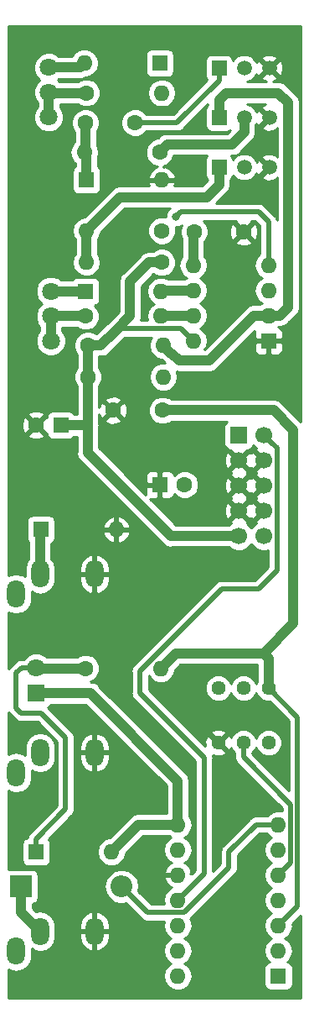
<source format=gbr>
G04 #@! TF.GenerationSoftware,KiCad,Pcbnew,5.0.1*
G04 #@! TF.CreationDate,2019-05-06T23:45:27+02:00*
G04 #@! TF.ProjectId,adadad,6164616461642E6B696361645F706362,rev?*
G04 #@! TF.SameCoordinates,Original*
G04 #@! TF.FileFunction,Copper,L1,Top,Signal*
G04 #@! TF.FilePolarity,Positive*
%FSLAX46Y46*%
G04 Gerber Fmt 4.6, Leading zero omitted, Abs format (unit mm)*
G04 Created by KiCad (PCBNEW 5.0.1) date Mo 06 Mai 2019 23:45:27 CEST*
%MOMM*%
%LPD*%
G01*
G04 APERTURE LIST*
G04 #@! TA.AperFunction,ComponentPad*
%ADD10C,1.440000*%
G04 #@! TD*
G04 #@! TA.AperFunction,ComponentPad*
%ADD11R,1.600000X1.600000*%
G04 #@! TD*
G04 #@! TA.AperFunction,ComponentPad*
%ADD12O,1.600000X1.600000*%
G04 #@! TD*
G04 #@! TA.AperFunction,ComponentPad*
%ADD13C,1.700000*%
G04 #@! TD*
G04 #@! TA.AperFunction,ComponentPad*
%ADD14R,1.700000X1.700000*%
G04 #@! TD*
G04 #@! TA.AperFunction,ComponentPad*
%ADD15R,2.200000X2.200000*%
G04 #@! TD*
G04 #@! TA.AperFunction,ComponentPad*
%ADD16O,2.200000X2.200000*%
G04 #@! TD*
G04 #@! TA.AperFunction,ComponentPad*
%ADD17R,1.800000X1.800000*%
G04 #@! TD*
G04 #@! TA.AperFunction,ComponentPad*
%ADD18C,1.800000*%
G04 #@! TD*
G04 #@! TA.AperFunction,ComponentPad*
%ADD19C,1.600000*%
G04 #@! TD*
G04 #@! TA.AperFunction,ComponentPad*
%ADD20C,1.500000*%
G04 #@! TD*
G04 #@! TA.AperFunction,ComponentPad*
%ADD21R,1.500000X1.500000*%
G04 #@! TD*
G04 #@! TA.AperFunction,ComponentPad*
%ADD22O,1.800000X2.800000*%
G04 #@! TD*
G04 #@! TA.AperFunction,ViaPad*
%ADD23C,0.800000*%
G04 #@! TD*
G04 #@! TA.AperFunction,Conductor*
%ADD24C,1.000000*%
G04 #@! TD*
G04 #@! TA.AperFunction,Conductor*
%ADD25C,0.500000*%
G04 #@! TD*
G04 #@! TA.AperFunction,Conductor*
%ADD26C,0.254000*%
G04 #@! TD*
G04 APERTURE END LIST*
D10*
G04 #@! TO.P,RV2,3*
G04 #@! TO.N,Net-(D6-Pad2)*
X124920000Y-114000000D03*
G04 #@! TO.P,RV2,2*
G04 #@! TO.N,Net-(RV2-Pad2)*
X127460000Y-114000000D03*
G04 #@! TO.P,RV2,1*
G04 #@! TO.N,Net-(C3-Pad2)*
X130000000Y-114000000D03*
G04 #@! TD*
G04 #@! TO.P,RV1,1*
G04 #@! TO.N,+12V*
X130000000Y-119500000D03*
G04 #@! TO.P,RV1,2*
G04 #@! TO.N,Net-(RV1-Pad2)*
X127460000Y-119500000D03*
G04 #@! TO.P,RV1,3*
G04 #@! TO.N,GND*
X124920000Y-119500000D03*
G04 #@! TD*
D11*
G04 #@! TO.P,D7,1*
G04 #@! TO.N,Net-(D4-Pad2)*
X106500000Y-130500000D03*
D12*
G04 #@! TO.P,D7,2*
G04 #@! TO.N,Net-(D4-Pad1)*
X114120000Y-130500000D03*
G04 #@! TD*
D11*
G04 #@! TO.P,U2,1*
G04 #@! TO.N,Net-(OUT_J4-PadT)*
X131000000Y-143000000D03*
D12*
G04 #@! TO.P,U2,8*
G04 #@! TO.N,Net-(D4-Pad1)*
X120840000Y-127760000D03*
G04 #@! TO.P,U2,2*
G04 #@! TO.N,Net-(OUT_J4-PadT)*
X131000000Y-140460000D03*
G04 #@! TO.P,U2,9*
G04 #@! TO.N,Net-(D4-Pad2)*
X120840000Y-130300000D03*
G04 #@! TO.P,U2,3*
G04 #@! TO.N,Net-(C3-Pad2)*
X131000000Y-137920000D03*
G04 #@! TO.P,U2,10*
G04 #@! TO.N,GND*
X120840000Y-132840000D03*
G04 #@! TO.P,U2,4*
G04 #@! TO.N,+12V*
X131000000Y-135380000D03*
G04 #@! TO.P,U2,11*
G04 #@! TO.N,-12V*
X120840000Y-135380000D03*
G04 #@! TO.P,U2,5*
G04 #@! TO.N,Net-(RV1-Pad2)*
X131000000Y-132840000D03*
G04 #@! TO.P,U2,12*
G04 #@! TO.N,N/C*
X120840000Y-137920000D03*
G04 #@! TO.P,U2,6*
G04 #@! TO.N,Net-(RV2-Pad2)*
X131000000Y-130300000D03*
G04 #@! TO.P,U2,13*
G04 #@! TO.N,N/C*
X120840000Y-140460000D03*
G04 #@! TO.P,U2,7*
G04 #@! TO.N,Net-(D6-Pad2)*
X131000000Y-127760000D03*
G04 #@! TO.P,U2,14*
G04 #@! TO.N,N/C*
X120840000Y-143000000D03*
G04 #@! TD*
D13*
G04 #@! TO.P,J1,10*
G04 #@! TO.N,+12V*
X129540000Y-98660000D03*
G04 #@! TO.P,J1,9*
X127000000Y-98660000D03*
G04 #@! TO.P,J1,8*
G04 #@! TO.N,GND*
X129540000Y-96120000D03*
G04 #@! TO.P,J1,7*
X127000000Y-96120000D03*
G04 #@! TO.P,J1,6*
X129540000Y-93580000D03*
G04 #@! TO.P,J1,5*
X127000000Y-93580000D03*
G04 #@! TO.P,J1,4*
X129540000Y-91040000D03*
G04 #@! TO.P,J1,3*
X127000000Y-91040000D03*
G04 #@! TO.P,J1,2*
G04 #@! TO.N,-12V*
X129540000Y-88500000D03*
D14*
G04 #@! TO.P,J1,1*
X127000000Y-88500000D03*
G04 #@! TD*
D15*
G04 #@! TO.P,D6,1*
G04 #@! TO.N,Net-(D6-Pad1)*
X105000000Y-134000000D03*
D16*
G04 #@! TO.P,D6,2*
G04 #@! TO.N,Net-(D6-Pad2)*
X115160000Y-134000000D03*
G04 #@! TD*
D17*
G04 #@! TO.P,D4,1*
G04 #@! TO.N,Net-(D4-Pad1)*
X106500000Y-114500000D03*
D18*
G04 #@! TO.P,D4,2*
G04 #@! TO.N,Net-(D4-Pad2)*
X106500000Y-111960000D03*
G04 #@! TD*
D19*
G04 #@! TO.P,R10,1*
G04 #@! TO.N,Net-(D4-Pad2)*
X111500000Y-112000000D03*
D12*
G04 #@! TO.P,R10,2*
G04 #@! TO.N,Net-(C3-Pad2)*
X119120000Y-112000000D03*
G04 #@! TD*
D19*
G04 #@! TO.P,C4,2*
G04 #@! TO.N,-12V*
X121500000Y-93500000D03*
D11*
G04 #@! TO.P,C4,1*
G04 #@! TO.N,GND*
X119000000Y-93500000D03*
G04 #@! TD*
G04 #@! TO.P,C5,1*
G04 #@! TO.N,+12V*
X109000000Y-87500000D03*
D19*
G04 #@! TO.P,C5,2*
G04 #@! TO.N,GND*
X106500000Y-87500000D03*
G04 #@! TD*
D20*
G04 #@! TO.P,Q1,2*
G04 #@! TO.N,Net-(D1-Pad1)*
X127540000Y-61500000D03*
G04 #@! TO.P,Q1,3*
G04 #@! TO.N,GND*
X130080000Y-61500000D03*
D21*
G04 #@! TO.P,Q1,1*
G04 #@! TO.N,Net-(Q1-Pad1)*
X125000000Y-61500000D03*
G04 #@! TD*
G04 #@! TO.P,Q2,1*
G04 #@! TO.N,Net-(C1-Pad2)*
X125000000Y-51500000D03*
D20*
G04 #@! TO.P,Q2,3*
G04 #@! TO.N,GND*
X130080000Y-51500000D03*
G04 #@! TO.P,Q2,2*
G04 #@! TO.N,Net-(Q2-Pad2)*
X127540000Y-51500000D03*
G04 #@! TD*
G04 #@! TO.P,Q3,2*
G04 #@! TO.N,Net-(Q3-Pad2)*
X127540000Y-56500000D03*
G04 #@! TO.P,Q3,3*
G04 #@! TO.N,GND*
X130080000Y-56500000D03*
D21*
G04 #@! TO.P,Q3,1*
G04 #@! TO.N,Net-(Q3-Pad1)*
X125000000Y-56500000D03*
G04 #@! TD*
D22*
G04 #@! TO.P,EoC_J1,S*
G04 #@! TO.N,Net-(EoC_J1-PadS)*
X104500000Y-140500000D03*
G04 #@! TO.P,EoC_J1,T*
G04 #@! TO.N,Net-(D6-Pad1)*
X106900000Y-138500000D03*
G04 #@! TO.P,EoC_J1,R*
G04 #@! TO.N,GND*
X112400000Y-138500000D03*
G04 #@! TD*
G04 #@! TO.P,GATE_J2,S*
G04 #@! TO.N,Net-(GATE_J2-PadS)*
X104500000Y-104500000D03*
G04 #@! TO.P,GATE_J2,T*
G04 #@! TO.N,Net-(D1-Pad1)*
X106900000Y-102500000D03*
G04 #@! TO.P,GATE_J2,R*
G04 #@! TO.N,GND*
X112400000Y-102500000D03*
G04 #@! TD*
G04 #@! TO.P,OUT_J4,S*
G04 #@! TO.N,Net-(OUT_J4-PadS)*
X104500000Y-122500000D03*
G04 #@! TO.P,OUT_J4,T*
G04 #@! TO.N,Net-(OUT_J4-PadT)*
X106900000Y-120500000D03*
G04 #@! TO.P,OUT_J4,R*
G04 #@! TO.N,GND*
X112400000Y-120500000D03*
G04 #@! TD*
D18*
G04 #@! TO.P,Attack1,3*
G04 #@! TO.N,Net-(Attack1-Pad2)*
X107775000Y-56435000D03*
G04 #@! TO.P,Attack1,2*
X107775000Y-53935000D03*
G04 #@! TO.P,Attack1,1*
G04 #@! TO.N,Net-(Attack1-Pad1)*
X107775000Y-51435000D03*
G04 #@! TD*
G04 #@! TO.P,Decay1,3*
G04 #@! TO.N,Net-(Decay1-Pad2)*
X108000000Y-79000000D03*
G04 #@! TO.P,Decay1,2*
X108000000Y-76500000D03*
G04 #@! TO.P,Decay1,1*
G04 #@! TO.N,Net-(D5-Pad1)*
X108000000Y-74000000D03*
G04 #@! TD*
D19*
G04 #@! TO.P,C1,2*
G04 #@! TO.N,Net-(C1-Pad2)*
X116500000Y-57000000D03*
G04 #@! TO.P,C1,1*
G04 #@! TO.N,Net-(C1-Pad1)*
X111500000Y-57000000D03*
G04 #@! TD*
G04 #@! TO.P,C2,1*
G04 #@! TO.N,Net-(C2-Pad1)*
X122500000Y-68000000D03*
G04 #@! TO.P,C2,2*
G04 #@! TO.N,GND*
X127500000Y-68000000D03*
G04 #@! TD*
G04 #@! TO.P,C3,2*
G04 #@! TO.N,Net-(C3-Pad2)*
X119285000Y-86000000D03*
G04 #@! TO.P,C3,1*
G04 #@! TO.N,GND*
X114285000Y-86000000D03*
G04 #@! TD*
D12*
G04 #@! TO.P,D1,2*
G04 #@! TO.N,GND*
X114620000Y-98000000D03*
D11*
G04 #@! TO.P,D1,1*
G04 #@! TO.N,Net-(D1-Pad1)*
X107000000Y-98000000D03*
G04 #@! TD*
G04 #@! TO.P,D2,1*
G04 #@! TO.N,Net-(C1-Pad1)*
X111585000Y-62785000D03*
D12*
G04 #@! TO.P,D2,2*
G04 #@! TO.N,GND*
X119205000Y-62785000D03*
G04 #@! TD*
G04 #@! TO.P,D3,2*
G04 #@! TO.N,Net-(Attack1-Pad1)*
X111380000Y-51000000D03*
D11*
G04 #@! TO.P,D3,1*
G04 #@! TO.N,Net-(C3-Pad2)*
X119000000Y-51000000D03*
G04 #@! TD*
D12*
G04 #@! TO.P,D5,2*
G04 #@! TO.N,Net-(C3-Pad2)*
X119120000Y-74000000D03*
D11*
G04 #@! TO.P,D5,1*
G04 #@! TO.N,Net-(D5-Pad1)*
X111500000Y-74000000D03*
G04 #@! TD*
D19*
G04 #@! TO.P,R2,1*
G04 #@! TO.N,+12V*
X119205000Y-71080000D03*
D12*
G04 #@! TO.P,R2,2*
G04 #@! TO.N,Net-(Q1-Pad1)*
X111585000Y-71080000D03*
G04 #@! TD*
G04 #@! TO.P,R5,2*
G04 #@! TO.N,Net-(C1-Pad1)*
X111380000Y-60000000D03*
D19*
G04 #@! TO.P,R5,1*
G04 #@! TO.N,Net-(Q3-Pad2)*
X119000000Y-60000000D03*
G04 #@! TD*
G04 #@! TO.P,R6,1*
G04 #@! TO.N,+12V*
X111745000Y-79445000D03*
D12*
G04 #@! TO.P,R6,2*
G04 #@! TO.N,Net-(Q3-Pad1)*
X119365000Y-79445000D03*
G04 #@! TD*
D19*
G04 #@! TO.P,R8,1*
G04 #@! TO.N,Net-(Attack1-Pad2)*
X111585000Y-54000000D03*
D12*
G04 #@! TO.P,R8,2*
G04 #@! TO.N,Net-(R8-Pad2)*
X119205000Y-54000000D03*
G04 #@! TD*
D19*
G04 #@! TO.P,R9,1*
G04 #@! TO.N,Net-(Decay1-Pad2)*
X111500000Y-76500000D03*
D12*
G04 #@! TO.P,R9,2*
G04 #@! TO.N,Net-(R9-Pad2)*
X119120000Y-76500000D03*
G04 #@! TD*
D19*
G04 #@! TO.P,R4,1*
G04 #@! TO.N,+12V*
X111745000Y-82620000D03*
D12*
G04 #@! TO.P,R4,2*
G04 #@! TO.N,Net-(C1-Pad2)*
X119365000Y-82620000D03*
G04 #@! TD*
G04 #@! TO.P,R3,2*
G04 #@! TO.N,Net-(Q1-Pad1)*
X111585000Y-67905000D03*
D19*
G04 #@! TO.P,R3,1*
G04 #@! TO.N,Net-(Q2-Pad2)*
X119205000Y-67905000D03*
G04 #@! TD*
D12*
G04 #@! TO.P,U1,8*
G04 #@! TO.N,+12V*
X122380000Y-79000000D03*
G04 #@! TO.P,U1,4*
G04 #@! TO.N,Net-(C1-Pad2)*
X130000000Y-71380000D03*
G04 #@! TO.P,U1,7*
G04 #@! TO.N,Net-(R9-Pad2)*
X122380000Y-76460000D03*
G04 #@! TO.P,U1,3*
G04 #@! TO.N,Net-(R8-Pad2)*
X130000000Y-73920000D03*
G04 #@! TO.P,U1,6*
G04 #@! TO.N,Net-(C3-Pad2)*
X122380000Y-73920000D03*
G04 #@! TO.P,U1,2*
G04 #@! TO.N,Net-(Q3-Pad1)*
X130000000Y-76460000D03*
G04 #@! TO.P,U1,5*
G04 #@! TO.N,Net-(C2-Pad1)*
X122380000Y-71380000D03*
D11*
G04 #@! TO.P,U1,1*
G04 #@! TO.N,GND*
X130000000Y-79000000D03*
G04 #@! TD*
D23*
G04 #@! TO.N,Net-(C1-Pad2)*
X120615001Y-66500000D03*
G04 #@! TD*
D24*
G04 #@! TO.N,+12V*
X111745000Y-82620000D02*
X111745000Y-79445000D01*
X119205000Y-71080000D02*
X117920000Y-71080000D01*
X117920000Y-71080000D02*
X116000000Y-73000000D01*
X116000000Y-73000000D02*
X116000000Y-76500000D01*
X113055000Y-79445000D02*
X111745000Y-79445000D01*
X109000000Y-87500000D02*
X111745000Y-87500000D01*
X111745000Y-87500000D02*
X111745000Y-82620000D01*
X111745000Y-87500000D02*
X111745000Y-90245000D01*
D25*
X114749999Y-77750001D02*
X114500000Y-78000000D01*
X121130001Y-77750001D02*
X114749999Y-77750001D01*
X122380000Y-79000000D02*
X121130001Y-77750001D01*
D24*
X116000000Y-76500000D02*
X114500000Y-78000000D01*
X114500000Y-78000000D02*
X113055000Y-79445000D01*
X120160000Y-98660000D02*
X111745000Y-90245000D01*
X127000000Y-98660000D02*
X120160000Y-98660000D01*
G04 #@! TO.N,Net-(Q1-Pad1)*
X111585000Y-71080000D02*
X111585000Y-67905000D01*
X125000000Y-63250000D02*
X125000000Y-61500000D01*
X123750000Y-64500000D02*
X125000000Y-63250000D01*
X114990000Y-64500000D02*
X123750000Y-64500000D01*
X111585000Y-67905000D02*
X114990000Y-64500000D01*
G04 #@! TO.N,Net-(C1-Pad2)*
X119285000Y-82700000D02*
X119365000Y-82620000D01*
D25*
X117631370Y-57000000D02*
X116500000Y-57000000D01*
X120750000Y-57000000D02*
X117631370Y-57000000D01*
X125000000Y-52750000D02*
X120750000Y-57000000D01*
X125000000Y-51500000D02*
X125000000Y-52750000D01*
X121115001Y-66000000D02*
X120615001Y-66500000D01*
X129000000Y-66000000D02*
X121115001Y-66000000D01*
X130000000Y-71380000D02*
X130000000Y-67000000D01*
X130000000Y-67000000D02*
X129000000Y-66000000D01*
D24*
G04 #@! TO.N,Net-(R9-Pad2)*
X122340000Y-76500000D02*
X122380000Y-76460000D01*
X119120000Y-76500000D02*
X122340000Y-76500000D01*
G04 #@! TO.N,Net-(Attack1-Pad1)*
X110945000Y-51435000D02*
X111380000Y-51000000D01*
X107775000Y-51435000D02*
X110945000Y-51435000D01*
G04 #@! TO.N,Net-(Q3-Pad1)*
X120164999Y-80244999D02*
X120244999Y-80244999D01*
X119365000Y-79445000D02*
X120164999Y-80244999D01*
X120244999Y-80244999D02*
X121000000Y-81000000D01*
X121000000Y-81000000D02*
X124000000Y-81000000D01*
X128540000Y-76460000D02*
X130000000Y-76460000D01*
X124000000Y-81000000D02*
X128540000Y-76460000D01*
X125000000Y-54750000D02*
X125000000Y-56500000D01*
X130000000Y-76460000D02*
X131131370Y-76460000D01*
X131131370Y-76460000D02*
X132000000Y-75591370D01*
X132000000Y-55000000D02*
X131000000Y-54000000D01*
X132000000Y-75591370D02*
X132000000Y-55000000D01*
X131000000Y-54000000D02*
X125750000Y-54000000D01*
X125750000Y-54000000D02*
X125000000Y-54750000D01*
G04 #@! TO.N,Net-(Q3-Pad2)*
X126299999Y-59200001D02*
X127540000Y-57960000D01*
X119000000Y-60000000D02*
X119799999Y-59200001D01*
X127540000Y-57960000D02*
X127540000Y-56500000D01*
X119799999Y-59200001D02*
X126299999Y-59200001D01*
G04 #@! TO.N,Net-(C1-Pad1)*
X111500000Y-59880000D02*
X111380000Y-60000000D01*
X111500000Y-57000000D02*
X111500000Y-59880000D01*
X111585000Y-60205000D02*
X111380000Y-60000000D01*
X111585000Y-62785000D02*
X111585000Y-60205000D01*
G04 #@! TO.N,Net-(D5-Pad1)*
X108000000Y-74000000D02*
X111500000Y-74000000D01*
G04 #@! TO.N,Net-(D1-Pad1)*
X106900000Y-98100000D02*
X107000000Y-98000000D01*
X106900000Y-102500000D02*
X106900000Y-98100000D01*
D25*
G04 #@! TO.N,-12V*
X120840000Y-135380000D02*
X123500000Y-132720000D01*
X123500000Y-132720000D02*
X123500000Y-121000000D01*
X123500000Y-121000000D02*
X117000000Y-114500000D01*
X117000000Y-112269998D02*
X125269998Y-104000000D01*
X117000000Y-114500000D02*
X117000000Y-112269998D01*
X125269998Y-104000000D02*
X129000000Y-104000000D01*
X130389999Y-89349999D02*
X129540000Y-88500000D01*
X130840001Y-89800001D02*
X130389999Y-89349999D01*
X130840001Y-102159999D02*
X130840001Y-89800001D01*
X129000000Y-104000000D02*
X130840001Y-102159999D01*
D24*
G04 #@! TO.N,Net-(C2-Pad1)*
X122380000Y-68120000D02*
X122500000Y-68000000D01*
X122380000Y-71380000D02*
X122380000Y-68120000D01*
G04 #@! TO.N,Net-(Decay1-Pad2)*
X108000000Y-79000000D02*
X108000000Y-76500000D01*
X111500000Y-76500000D02*
X108000000Y-76500000D01*
G04 #@! TO.N,Net-(Attack1-Pad2)*
X107775000Y-56435000D02*
X107775000Y-53935000D01*
X107840000Y-54000000D02*
X107775000Y-53935000D01*
X111585000Y-54000000D02*
X107840000Y-54000000D01*
D25*
G04 #@! TO.N,Net-(RV1-Pad2)*
X127460000Y-120960000D02*
X127460000Y-119500000D01*
X132250001Y-125750001D02*
X127460000Y-120960000D01*
X131000000Y-132840000D02*
X132250001Y-131589999D01*
X132250001Y-131589999D02*
X132250001Y-125750001D01*
D24*
G04 #@! TO.N,Net-(D4-Pad2)*
X106540000Y-112000000D02*
X106500000Y-111960000D01*
X111500000Y-112000000D02*
X106540000Y-112000000D01*
D25*
X106500000Y-129200000D02*
X109500000Y-126200000D01*
X106500000Y-130500000D02*
X106500000Y-129200000D01*
X109500000Y-126200000D02*
X109500000Y-119000000D01*
X109500000Y-119000000D02*
X107000000Y-116500000D01*
X107000000Y-116500000D02*
X105000000Y-116500000D01*
X105000000Y-116500000D02*
X104500000Y-116000000D01*
X104500000Y-116000000D02*
X104500000Y-112500000D01*
X105040000Y-111960000D02*
X106500000Y-111960000D01*
X104500000Y-112500000D02*
X105040000Y-111960000D01*
D24*
G04 #@! TO.N,Net-(D6-Pad2)*
X115160000Y-134240000D02*
X115160000Y-134000000D01*
D25*
X128740000Y-127760000D02*
X129500000Y-127760000D01*
X126000000Y-130500000D02*
X128740000Y-127760000D01*
X115160000Y-134000000D02*
X117790001Y-136630001D01*
X129500000Y-127760000D02*
X131000000Y-127760000D01*
X117790001Y-136630001D02*
X121440001Y-136630001D01*
X121440001Y-136630001D02*
X126000000Y-132070002D01*
X126000000Y-132070002D02*
X126000000Y-130500000D01*
D24*
G04 #@! TO.N,Net-(D6-Pad1)*
X107000000Y-138400000D02*
X106900000Y-138500000D01*
X105000000Y-136600000D02*
X106900000Y-138500000D01*
X105000000Y-134000000D02*
X105000000Y-136600000D01*
G04 #@! TO.N,Net-(C3-Pad2)*
X122300000Y-74000000D02*
X122380000Y-73920000D01*
X119200000Y-73920000D02*
X119120000Y-74000000D01*
X122380000Y-73920000D02*
X119200000Y-73920000D01*
X119285000Y-86000000D02*
X130500000Y-86000000D01*
X130500000Y-86000000D02*
X132500000Y-88000000D01*
X119120000Y-112000000D02*
X120620000Y-110500000D01*
D25*
X131799999Y-137120001D02*
X131000000Y-137920000D01*
X132950011Y-135969989D02*
X131799999Y-137120001D01*
D24*
X129500000Y-110500000D02*
X132500000Y-107500000D01*
X128000000Y-110500000D02*
X129500000Y-110500000D01*
X132500000Y-88000000D02*
X132500000Y-107500000D01*
X128000000Y-110500000D02*
X128500000Y-110500000D01*
X120620000Y-110500000D02*
X128000000Y-110500000D01*
X130000000Y-111000000D02*
X129500000Y-110500000D01*
X130000000Y-114000000D02*
X130000000Y-111000000D01*
D25*
X132950011Y-116950011D02*
X132950011Y-117500000D01*
X130000000Y-114000000D02*
X132950011Y-116950011D01*
X132950011Y-117500000D02*
X132950011Y-135969989D01*
D24*
G04 #@! TO.N,Net-(D4-Pad1)*
X116860000Y-127760000D02*
X114120000Y-130500000D01*
X120840000Y-127760000D02*
X116860000Y-127760000D01*
X106500000Y-114500000D02*
X112000000Y-114500000D01*
X120840000Y-123340000D02*
X120840000Y-127760000D01*
X112000000Y-114500000D02*
X120840000Y-123340000D01*
G04 #@! TD*
D26*
G04 #@! TO.N,GND*
G36*
X119705000Y-123810132D02*
X119705001Y-126625000D01*
X116971782Y-126625000D01*
X116859999Y-126602765D01*
X116417145Y-126690854D01*
X116041711Y-126941711D01*
X115978389Y-127036479D01*
X113942718Y-129072151D01*
X113560091Y-129148260D01*
X113085423Y-129465423D01*
X112768260Y-129940091D01*
X112656887Y-130500000D01*
X112768260Y-131059909D01*
X113085423Y-131534577D01*
X113560091Y-131851740D01*
X113978667Y-131935000D01*
X114261333Y-131935000D01*
X114679909Y-131851740D01*
X115154577Y-131534577D01*
X115471740Y-131059909D01*
X115547849Y-130677282D01*
X117330132Y-128895000D01*
X119955717Y-128895000D01*
X120157758Y-129030000D01*
X119805423Y-129265423D01*
X119488260Y-129740091D01*
X119376887Y-130300000D01*
X119488260Y-130859909D01*
X119805423Y-131334577D01*
X120189108Y-131590947D01*
X119984866Y-131687611D01*
X119608959Y-132102577D01*
X119448096Y-132490961D01*
X119570085Y-132713000D01*
X120713000Y-132713000D01*
X120713000Y-132693000D01*
X120967000Y-132693000D01*
X120967000Y-132713000D01*
X120987000Y-132713000D01*
X120987000Y-132967000D01*
X120967000Y-132967000D01*
X120967000Y-132987000D01*
X120713000Y-132987000D01*
X120713000Y-132967000D01*
X119570085Y-132967000D01*
X119448096Y-133189039D01*
X119608959Y-133577423D01*
X119984866Y-133992389D01*
X120189108Y-134089053D01*
X119805423Y-134345423D01*
X119488260Y-134820091D01*
X119376887Y-135380000D01*
X119449490Y-135745001D01*
X118156580Y-135745001D01*
X116843146Y-134431568D01*
X116928990Y-134000000D01*
X116794334Y-133323037D01*
X116410865Y-132749135D01*
X115836963Y-132365666D01*
X115330880Y-132265000D01*
X114989120Y-132265000D01*
X114483037Y-132365666D01*
X113909135Y-132749135D01*
X113525666Y-133323037D01*
X113391010Y-134000000D01*
X113525666Y-134676963D01*
X113909135Y-135250865D01*
X114483037Y-135634334D01*
X114989120Y-135735000D01*
X115330880Y-135735000D01*
X115591568Y-135683146D01*
X117102578Y-137194157D01*
X117151952Y-137268050D01*
X117225845Y-137317424D01*
X117225846Y-137317425D01*
X117281587Y-137354670D01*
X117444691Y-137463653D01*
X117702836Y-137515001D01*
X117702841Y-137515001D01*
X117790000Y-137532338D01*
X117877160Y-137515001D01*
X119457446Y-137515001D01*
X119376887Y-137920000D01*
X119488260Y-138479909D01*
X119805423Y-138954577D01*
X120157758Y-139190000D01*
X119805423Y-139425423D01*
X119488260Y-139900091D01*
X119376887Y-140460000D01*
X119488260Y-141019909D01*
X119805423Y-141494577D01*
X120157758Y-141730000D01*
X119805423Y-141965423D01*
X119488260Y-142440091D01*
X119376887Y-143000000D01*
X119488260Y-143559909D01*
X119805423Y-144034577D01*
X120280091Y-144351740D01*
X120698667Y-144435000D01*
X120981333Y-144435000D01*
X121399909Y-144351740D01*
X121874577Y-144034577D01*
X122191740Y-143559909D01*
X122303113Y-143000000D01*
X122191740Y-142440091D01*
X121874577Y-141965423D01*
X121522242Y-141730000D01*
X121874577Y-141494577D01*
X122191740Y-141019909D01*
X122303113Y-140460000D01*
X122191740Y-139900091D01*
X121874577Y-139425423D01*
X121522242Y-139190000D01*
X121874577Y-138954577D01*
X122191740Y-138479909D01*
X122303113Y-137920000D01*
X122191740Y-137360091D01*
X122104145Y-137228996D01*
X122127426Y-137194154D01*
X126564156Y-132757425D01*
X126638049Y-132708051D01*
X126833652Y-132415312D01*
X126885000Y-132157167D01*
X126885000Y-132157163D01*
X126902337Y-132070003D01*
X126885000Y-131982843D01*
X126885000Y-130866578D01*
X129106579Y-128645000D01*
X129865479Y-128645000D01*
X129965423Y-128794577D01*
X130317758Y-129030000D01*
X129965423Y-129265423D01*
X129648260Y-129740091D01*
X129536887Y-130300000D01*
X129648260Y-130859909D01*
X129965423Y-131334577D01*
X130317758Y-131570000D01*
X129965423Y-131805423D01*
X129648260Y-132280091D01*
X129536887Y-132840000D01*
X129648260Y-133399909D01*
X129965423Y-133874577D01*
X130317758Y-134110000D01*
X129965423Y-134345423D01*
X129648260Y-134820091D01*
X129536887Y-135380000D01*
X129648260Y-135939909D01*
X129965423Y-136414577D01*
X130317758Y-136650000D01*
X129965423Y-136885423D01*
X129648260Y-137360091D01*
X129536887Y-137920000D01*
X129648260Y-138479909D01*
X129965423Y-138954577D01*
X130317758Y-139190000D01*
X129965423Y-139425423D01*
X129648260Y-139900091D01*
X129536887Y-140460000D01*
X129648260Y-141019909D01*
X129965423Y-141494577D01*
X130086106Y-141575215D01*
X129952235Y-141601843D01*
X129742191Y-141742191D01*
X129601843Y-141952235D01*
X129552560Y-142200000D01*
X129552560Y-143800000D01*
X129601843Y-144047765D01*
X129742191Y-144257809D01*
X129952235Y-144398157D01*
X130200000Y-144447440D01*
X131800000Y-144447440D01*
X132047765Y-144398157D01*
X132257809Y-144257809D01*
X132398157Y-144047765D01*
X132447440Y-143800000D01*
X132447440Y-142200000D01*
X132398157Y-141952235D01*
X132257809Y-141742191D01*
X132047765Y-141601843D01*
X131913894Y-141575215D01*
X132034577Y-141494577D01*
X132351740Y-141019909D01*
X132463113Y-140460000D01*
X132351740Y-139900091D01*
X132034577Y-139425423D01*
X131682242Y-139190000D01*
X132034577Y-138954577D01*
X132351740Y-138479909D01*
X132463113Y-137920000D01*
X132428017Y-137743562D01*
X132487423Y-137684156D01*
X132487425Y-137684153D01*
X133265000Y-136906579D01*
X133265000Y-145265000D01*
X103735000Y-145265000D01*
X103735000Y-142334971D01*
X103901074Y-142445938D01*
X104500000Y-142565072D01*
X105098927Y-142445938D01*
X105606673Y-142106673D01*
X105945938Y-141598927D01*
X106035000Y-141151182D01*
X106035000Y-140268153D01*
X106301074Y-140445938D01*
X106900000Y-140565072D01*
X107498927Y-140445938D01*
X108006673Y-140106673D01*
X108345938Y-139598927D01*
X108435000Y-139151182D01*
X108435000Y-138627000D01*
X110865000Y-138627000D01*
X110865000Y-139127000D01*
X111030446Y-139704752D01*
X111404394Y-140175212D01*
X111929914Y-140466756D01*
X112035260Y-140491036D01*
X112273000Y-140370378D01*
X112273000Y-138627000D01*
X112527000Y-138627000D01*
X112527000Y-140370378D01*
X112764740Y-140491036D01*
X112870086Y-140466756D01*
X113395606Y-140175212D01*
X113769554Y-139704752D01*
X113935000Y-139127000D01*
X113935000Y-138627000D01*
X112527000Y-138627000D01*
X112273000Y-138627000D01*
X110865000Y-138627000D01*
X108435000Y-138627000D01*
X108435000Y-137873000D01*
X110865000Y-137873000D01*
X110865000Y-138373000D01*
X112273000Y-138373000D01*
X112273000Y-136629622D01*
X112527000Y-136629622D01*
X112527000Y-138373000D01*
X113935000Y-138373000D01*
X113935000Y-137873000D01*
X113769554Y-137295248D01*
X113395606Y-136824788D01*
X112870086Y-136533244D01*
X112764740Y-136508964D01*
X112527000Y-136629622D01*
X112273000Y-136629622D01*
X112035260Y-136508964D01*
X111929914Y-136533244D01*
X111404394Y-136824788D01*
X111030446Y-137295248D01*
X110865000Y-137873000D01*
X108435000Y-137873000D01*
X108435000Y-137848818D01*
X108345938Y-137401073D01*
X108006673Y-136893327D01*
X107498926Y-136554062D01*
X106900000Y-136434928D01*
X106516368Y-136511237D01*
X106135000Y-136129869D01*
X106135000Y-135740478D01*
X106347765Y-135698157D01*
X106557809Y-135557809D01*
X106698157Y-135347765D01*
X106747440Y-135100000D01*
X106747440Y-132900000D01*
X106698157Y-132652235D01*
X106557809Y-132442191D01*
X106347765Y-132301843D01*
X106100000Y-132252560D01*
X103900000Y-132252560D01*
X103735000Y-132285380D01*
X103735000Y-124334971D01*
X103901074Y-124445938D01*
X104500000Y-124565072D01*
X105098927Y-124445938D01*
X105606673Y-124106673D01*
X105945938Y-123598927D01*
X106035000Y-123151182D01*
X106035000Y-122268153D01*
X106301074Y-122445938D01*
X106900000Y-122565072D01*
X107498927Y-122445938D01*
X108006673Y-122106673D01*
X108345938Y-121598927D01*
X108435000Y-121151182D01*
X108435000Y-119848818D01*
X108345938Y-119401073D01*
X108006673Y-118893327D01*
X107498926Y-118554062D01*
X106900000Y-118434928D01*
X106301073Y-118554062D01*
X105793327Y-118893327D01*
X105454062Y-119401074D01*
X105365000Y-119848819D01*
X105365000Y-120731847D01*
X105098926Y-120554062D01*
X104500000Y-120434928D01*
X103901073Y-120554062D01*
X103735000Y-120665028D01*
X103735000Y-116448054D01*
X103861951Y-116638049D01*
X103935847Y-116687425D01*
X104312575Y-117064153D01*
X104361951Y-117138049D01*
X104654690Y-117333652D01*
X104912835Y-117385000D01*
X104912839Y-117385000D01*
X105000000Y-117402337D01*
X105087161Y-117385000D01*
X106633422Y-117385000D01*
X108615001Y-119366580D01*
X108615000Y-125833421D01*
X105935845Y-128512577D01*
X105861952Y-128561951D01*
X105812578Y-128635844D01*
X105812576Y-128635846D01*
X105666348Y-128854691D01*
X105623982Y-129067681D01*
X105452235Y-129101843D01*
X105242191Y-129242191D01*
X105101843Y-129452235D01*
X105052560Y-129700000D01*
X105052560Y-131300000D01*
X105101843Y-131547765D01*
X105242191Y-131757809D01*
X105452235Y-131898157D01*
X105700000Y-131947440D01*
X107300000Y-131947440D01*
X107547765Y-131898157D01*
X107757809Y-131757809D01*
X107898157Y-131547765D01*
X107947440Y-131300000D01*
X107947440Y-129700000D01*
X107898157Y-129452235D01*
X107757809Y-129242191D01*
X107728782Y-129222796D01*
X110064156Y-126887423D01*
X110138049Y-126838049D01*
X110333652Y-126545310D01*
X110385000Y-126287165D01*
X110385000Y-126287161D01*
X110402337Y-126200000D01*
X110385000Y-126112839D01*
X110385000Y-120627000D01*
X110865000Y-120627000D01*
X110865000Y-121127000D01*
X111030446Y-121704752D01*
X111404394Y-122175212D01*
X111929914Y-122466756D01*
X112035260Y-122491036D01*
X112273000Y-122370378D01*
X112273000Y-120627000D01*
X112527000Y-120627000D01*
X112527000Y-122370378D01*
X112764740Y-122491036D01*
X112870086Y-122466756D01*
X113395606Y-122175212D01*
X113769554Y-121704752D01*
X113935000Y-121127000D01*
X113935000Y-120627000D01*
X112527000Y-120627000D01*
X112273000Y-120627000D01*
X110865000Y-120627000D01*
X110385000Y-120627000D01*
X110385000Y-119873000D01*
X110865000Y-119873000D01*
X110865000Y-120373000D01*
X112273000Y-120373000D01*
X112273000Y-118629622D01*
X112527000Y-118629622D01*
X112527000Y-120373000D01*
X113935000Y-120373000D01*
X113935000Y-119873000D01*
X113769554Y-119295248D01*
X113395606Y-118824788D01*
X112870086Y-118533244D01*
X112764740Y-118508964D01*
X112527000Y-118629622D01*
X112273000Y-118629622D01*
X112035260Y-118508964D01*
X111929914Y-118533244D01*
X111404394Y-118824788D01*
X111030446Y-119295248D01*
X110865000Y-119873000D01*
X110385000Y-119873000D01*
X110385000Y-119087161D01*
X110402337Y-119000000D01*
X110385000Y-118912839D01*
X110385000Y-118912835D01*
X110333652Y-118654690D01*
X110252504Y-118533244D01*
X110187424Y-118435845D01*
X110187423Y-118435844D01*
X110138049Y-118361951D01*
X110064156Y-118312577D01*
X107708891Y-115957313D01*
X107857809Y-115857809D01*
X107998157Y-115647765D01*
X108000696Y-115635000D01*
X111529869Y-115635000D01*
X119705000Y-123810132D01*
X119705000Y-123810132D01*
G37*
X119705000Y-123810132D02*
X119705001Y-126625000D01*
X116971782Y-126625000D01*
X116859999Y-126602765D01*
X116417145Y-126690854D01*
X116041711Y-126941711D01*
X115978389Y-127036479D01*
X113942718Y-129072151D01*
X113560091Y-129148260D01*
X113085423Y-129465423D01*
X112768260Y-129940091D01*
X112656887Y-130500000D01*
X112768260Y-131059909D01*
X113085423Y-131534577D01*
X113560091Y-131851740D01*
X113978667Y-131935000D01*
X114261333Y-131935000D01*
X114679909Y-131851740D01*
X115154577Y-131534577D01*
X115471740Y-131059909D01*
X115547849Y-130677282D01*
X117330132Y-128895000D01*
X119955717Y-128895000D01*
X120157758Y-129030000D01*
X119805423Y-129265423D01*
X119488260Y-129740091D01*
X119376887Y-130300000D01*
X119488260Y-130859909D01*
X119805423Y-131334577D01*
X120189108Y-131590947D01*
X119984866Y-131687611D01*
X119608959Y-132102577D01*
X119448096Y-132490961D01*
X119570085Y-132713000D01*
X120713000Y-132713000D01*
X120713000Y-132693000D01*
X120967000Y-132693000D01*
X120967000Y-132713000D01*
X120987000Y-132713000D01*
X120987000Y-132967000D01*
X120967000Y-132967000D01*
X120967000Y-132987000D01*
X120713000Y-132987000D01*
X120713000Y-132967000D01*
X119570085Y-132967000D01*
X119448096Y-133189039D01*
X119608959Y-133577423D01*
X119984866Y-133992389D01*
X120189108Y-134089053D01*
X119805423Y-134345423D01*
X119488260Y-134820091D01*
X119376887Y-135380000D01*
X119449490Y-135745001D01*
X118156580Y-135745001D01*
X116843146Y-134431568D01*
X116928990Y-134000000D01*
X116794334Y-133323037D01*
X116410865Y-132749135D01*
X115836963Y-132365666D01*
X115330880Y-132265000D01*
X114989120Y-132265000D01*
X114483037Y-132365666D01*
X113909135Y-132749135D01*
X113525666Y-133323037D01*
X113391010Y-134000000D01*
X113525666Y-134676963D01*
X113909135Y-135250865D01*
X114483037Y-135634334D01*
X114989120Y-135735000D01*
X115330880Y-135735000D01*
X115591568Y-135683146D01*
X117102578Y-137194157D01*
X117151952Y-137268050D01*
X117225845Y-137317424D01*
X117225846Y-137317425D01*
X117281587Y-137354670D01*
X117444691Y-137463653D01*
X117702836Y-137515001D01*
X117702841Y-137515001D01*
X117790000Y-137532338D01*
X117877160Y-137515001D01*
X119457446Y-137515001D01*
X119376887Y-137920000D01*
X119488260Y-138479909D01*
X119805423Y-138954577D01*
X120157758Y-139190000D01*
X119805423Y-139425423D01*
X119488260Y-139900091D01*
X119376887Y-140460000D01*
X119488260Y-141019909D01*
X119805423Y-141494577D01*
X120157758Y-141730000D01*
X119805423Y-141965423D01*
X119488260Y-142440091D01*
X119376887Y-143000000D01*
X119488260Y-143559909D01*
X119805423Y-144034577D01*
X120280091Y-144351740D01*
X120698667Y-144435000D01*
X120981333Y-144435000D01*
X121399909Y-144351740D01*
X121874577Y-144034577D01*
X122191740Y-143559909D01*
X122303113Y-143000000D01*
X122191740Y-142440091D01*
X121874577Y-141965423D01*
X121522242Y-141730000D01*
X121874577Y-141494577D01*
X122191740Y-141019909D01*
X122303113Y-140460000D01*
X122191740Y-139900091D01*
X121874577Y-139425423D01*
X121522242Y-139190000D01*
X121874577Y-138954577D01*
X122191740Y-138479909D01*
X122303113Y-137920000D01*
X122191740Y-137360091D01*
X122104145Y-137228996D01*
X122127426Y-137194154D01*
X126564156Y-132757425D01*
X126638049Y-132708051D01*
X126833652Y-132415312D01*
X126885000Y-132157167D01*
X126885000Y-132157163D01*
X126902337Y-132070003D01*
X126885000Y-131982843D01*
X126885000Y-130866578D01*
X129106579Y-128645000D01*
X129865479Y-128645000D01*
X129965423Y-128794577D01*
X130317758Y-129030000D01*
X129965423Y-129265423D01*
X129648260Y-129740091D01*
X129536887Y-130300000D01*
X129648260Y-130859909D01*
X129965423Y-131334577D01*
X130317758Y-131570000D01*
X129965423Y-131805423D01*
X129648260Y-132280091D01*
X129536887Y-132840000D01*
X129648260Y-133399909D01*
X129965423Y-133874577D01*
X130317758Y-134110000D01*
X129965423Y-134345423D01*
X129648260Y-134820091D01*
X129536887Y-135380000D01*
X129648260Y-135939909D01*
X129965423Y-136414577D01*
X130317758Y-136650000D01*
X129965423Y-136885423D01*
X129648260Y-137360091D01*
X129536887Y-137920000D01*
X129648260Y-138479909D01*
X129965423Y-138954577D01*
X130317758Y-139190000D01*
X129965423Y-139425423D01*
X129648260Y-139900091D01*
X129536887Y-140460000D01*
X129648260Y-141019909D01*
X129965423Y-141494577D01*
X130086106Y-141575215D01*
X129952235Y-141601843D01*
X129742191Y-141742191D01*
X129601843Y-141952235D01*
X129552560Y-142200000D01*
X129552560Y-143800000D01*
X129601843Y-144047765D01*
X129742191Y-144257809D01*
X129952235Y-144398157D01*
X130200000Y-144447440D01*
X131800000Y-144447440D01*
X132047765Y-144398157D01*
X132257809Y-144257809D01*
X132398157Y-144047765D01*
X132447440Y-143800000D01*
X132447440Y-142200000D01*
X132398157Y-141952235D01*
X132257809Y-141742191D01*
X132047765Y-141601843D01*
X131913894Y-141575215D01*
X132034577Y-141494577D01*
X132351740Y-141019909D01*
X132463113Y-140460000D01*
X132351740Y-139900091D01*
X132034577Y-139425423D01*
X131682242Y-139190000D01*
X132034577Y-138954577D01*
X132351740Y-138479909D01*
X132463113Y-137920000D01*
X132428017Y-137743562D01*
X132487423Y-137684156D01*
X132487425Y-137684153D01*
X133265000Y-136906579D01*
X133265000Y-145265000D01*
X103735000Y-145265000D01*
X103735000Y-142334971D01*
X103901074Y-142445938D01*
X104500000Y-142565072D01*
X105098927Y-142445938D01*
X105606673Y-142106673D01*
X105945938Y-141598927D01*
X106035000Y-141151182D01*
X106035000Y-140268153D01*
X106301074Y-140445938D01*
X106900000Y-140565072D01*
X107498927Y-140445938D01*
X108006673Y-140106673D01*
X108345938Y-139598927D01*
X108435000Y-139151182D01*
X108435000Y-138627000D01*
X110865000Y-138627000D01*
X110865000Y-139127000D01*
X111030446Y-139704752D01*
X111404394Y-140175212D01*
X111929914Y-140466756D01*
X112035260Y-140491036D01*
X112273000Y-140370378D01*
X112273000Y-138627000D01*
X112527000Y-138627000D01*
X112527000Y-140370378D01*
X112764740Y-140491036D01*
X112870086Y-140466756D01*
X113395606Y-140175212D01*
X113769554Y-139704752D01*
X113935000Y-139127000D01*
X113935000Y-138627000D01*
X112527000Y-138627000D01*
X112273000Y-138627000D01*
X110865000Y-138627000D01*
X108435000Y-138627000D01*
X108435000Y-137873000D01*
X110865000Y-137873000D01*
X110865000Y-138373000D01*
X112273000Y-138373000D01*
X112273000Y-136629622D01*
X112527000Y-136629622D01*
X112527000Y-138373000D01*
X113935000Y-138373000D01*
X113935000Y-137873000D01*
X113769554Y-137295248D01*
X113395606Y-136824788D01*
X112870086Y-136533244D01*
X112764740Y-136508964D01*
X112527000Y-136629622D01*
X112273000Y-136629622D01*
X112035260Y-136508964D01*
X111929914Y-136533244D01*
X111404394Y-136824788D01*
X111030446Y-137295248D01*
X110865000Y-137873000D01*
X108435000Y-137873000D01*
X108435000Y-137848818D01*
X108345938Y-137401073D01*
X108006673Y-136893327D01*
X107498926Y-136554062D01*
X106900000Y-136434928D01*
X106516368Y-136511237D01*
X106135000Y-136129869D01*
X106135000Y-135740478D01*
X106347765Y-135698157D01*
X106557809Y-135557809D01*
X106698157Y-135347765D01*
X106747440Y-135100000D01*
X106747440Y-132900000D01*
X106698157Y-132652235D01*
X106557809Y-132442191D01*
X106347765Y-132301843D01*
X106100000Y-132252560D01*
X103900000Y-132252560D01*
X103735000Y-132285380D01*
X103735000Y-124334971D01*
X103901074Y-124445938D01*
X104500000Y-124565072D01*
X105098927Y-124445938D01*
X105606673Y-124106673D01*
X105945938Y-123598927D01*
X106035000Y-123151182D01*
X106035000Y-122268153D01*
X106301074Y-122445938D01*
X106900000Y-122565072D01*
X107498927Y-122445938D01*
X108006673Y-122106673D01*
X108345938Y-121598927D01*
X108435000Y-121151182D01*
X108435000Y-119848818D01*
X108345938Y-119401073D01*
X108006673Y-118893327D01*
X107498926Y-118554062D01*
X106900000Y-118434928D01*
X106301073Y-118554062D01*
X105793327Y-118893327D01*
X105454062Y-119401074D01*
X105365000Y-119848819D01*
X105365000Y-120731847D01*
X105098926Y-120554062D01*
X104500000Y-120434928D01*
X103901073Y-120554062D01*
X103735000Y-120665028D01*
X103735000Y-116448054D01*
X103861951Y-116638049D01*
X103935847Y-116687425D01*
X104312575Y-117064153D01*
X104361951Y-117138049D01*
X104654690Y-117333652D01*
X104912835Y-117385000D01*
X104912839Y-117385000D01*
X105000000Y-117402337D01*
X105087161Y-117385000D01*
X106633422Y-117385000D01*
X108615001Y-119366580D01*
X108615000Y-125833421D01*
X105935845Y-128512577D01*
X105861952Y-128561951D01*
X105812578Y-128635844D01*
X105812576Y-128635846D01*
X105666348Y-128854691D01*
X105623982Y-129067681D01*
X105452235Y-129101843D01*
X105242191Y-129242191D01*
X105101843Y-129452235D01*
X105052560Y-129700000D01*
X105052560Y-131300000D01*
X105101843Y-131547765D01*
X105242191Y-131757809D01*
X105452235Y-131898157D01*
X105700000Y-131947440D01*
X107300000Y-131947440D01*
X107547765Y-131898157D01*
X107757809Y-131757809D01*
X107898157Y-131547765D01*
X107947440Y-131300000D01*
X107947440Y-129700000D01*
X107898157Y-129452235D01*
X107757809Y-129242191D01*
X107728782Y-129222796D01*
X110064156Y-126887423D01*
X110138049Y-126838049D01*
X110333652Y-126545310D01*
X110385000Y-126287165D01*
X110385000Y-126287161D01*
X110402337Y-126200000D01*
X110385000Y-126112839D01*
X110385000Y-120627000D01*
X110865000Y-120627000D01*
X110865000Y-121127000D01*
X111030446Y-121704752D01*
X111404394Y-122175212D01*
X111929914Y-122466756D01*
X112035260Y-122491036D01*
X112273000Y-122370378D01*
X112273000Y-120627000D01*
X112527000Y-120627000D01*
X112527000Y-122370378D01*
X112764740Y-122491036D01*
X112870086Y-122466756D01*
X113395606Y-122175212D01*
X113769554Y-121704752D01*
X113935000Y-121127000D01*
X113935000Y-120627000D01*
X112527000Y-120627000D01*
X112273000Y-120627000D01*
X110865000Y-120627000D01*
X110385000Y-120627000D01*
X110385000Y-119873000D01*
X110865000Y-119873000D01*
X110865000Y-120373000D01*
X112273000Y-120373000D01*
X112273000Y-118629622D01*
X112527000Y-118629622D01*
X112527000Y-120373000D01*
X113935000Y-120373000D01*
X113935000Y-119873000D01*
X113769554Y-119295248D01*
X113395606Y-118824788D01*
X112870086Y-118533244D01*
X112764740Y-118508964D01*
X112527000Y-118629622D01*
X112273000Y-118629622D01*
X112035260Y-118508964D01*
X111929914Y-118533244D01*
X111404394Y-118824788D01*
X111030446Y-119295248D01*
X110865000Y-119873000D01*
X110385000Y-119873000D01*
X110385000Y-119087161D01*
X110402337Y-119000000D01*
X110385000Y-118912839D01*
X110385000Y-118912835D01*
X110333652Y-118654690D01*
X110252504Y-118533244D01*
X110187424Y-118435845D01*
X110187423Y-118435844D01*
X110138049Y-118361951D01*
X110064156Y-118312577D01*
X107708891Y-115957313D01*
X107857809Y-115857809D01*
X107998157Y-115647765D01*
X108000696Y-115635000D01*
X111529869Y-115635000D01*
X119705000Y-123810132D01*
G36*
X133265001Y-87146105D02*
X133223521Y-87118389D01*
X131381613Y-85276482D01*
X131318289Y-85181711D01*
X130942855Y-84930854D01*
X130611783Y-84865000D01*
X130500000Y-84842765D01*
X130388217Y-84865000D01*
X120179396Y-84865000D01*
X120097862Y-84783466D01*
X119570439Y-84565000D01*
X118999561Y-84565000D01*
X118472138Y-84783466D01*
X118068466Y-85187138D01*
X117850000Y-85714561D01*
X117850000Y-86285439D01*
X118068466Y-86812862D01*
X118472138Y-87216534D01*
X118999561Y-87435000D01*
X119570439Y-87435000D01*
X120097862Y-87216534D01*
X120179396Y-87135000D01*
X125777783Y-87135000D01*
X125692191Y-87192191D01*
X125551843Y-87402235D01*
X125502560Y-87650000D01*
X125502560Y-89350000D01*
X125551843Y-89597765D01*
X125692191Y-89807809D01*
X125902235Y-89948157D01*
X126136085Y-89994672D01*
X126135647Y-89996042D01*
X127000000Y-90860395D01*
X127864353Y-89996042D01*
X127863915Y-89994672D01*
X128097765Y-89948157D01*
X128307809Y-89807809D01*
X128448157Y-89597765D01*
X128463006Y-89523113D01*
X128698815Y-89758922D01*
X128745247Y-89778155D01*
X128675647Y-89996042D01*
X129540000Y-90860395D01*
X129554143Y-90846253D01*
X129733748Y-91025858D01*
X129719605Y-91040000D01*
X129733748Y-91054143D01*
X129554143Y-91233748D01*
X129540000Y-91219605D01*
X128675647Y-92083958D01*
X128747852Y-92310000D01*
X128675647Y-92536042D01*
X129540000Y-93400395D01*
X129554143Y-93386253D01*
X129733748Y-93565858D01*
X129719605Y-93580000D01*
X129733748Y-93594143D01*
X129554143Y-93773748D01*
X129540000Y-93759605D01*
X128675647Y-94623958D01*
X128747852Y-94850000D01*
X128675647Y-95076042D01*
X129540000Y-95940395D01*
X129554143Y-95926253D01*
X129733748Y-96105858D01*
X129719605Y-96120000D01*
X129733748Y-96134143D01*
X129554143Y-96313748D01*
X129540000Y-96299605D01*
X128675647Y-97163958D01*
X128745247Y-97381845D01*
X128698815Y-97401078D01*
X128281078Y-97818815D01*
X128270000Y-97845560D01*
X128258922Y-97818815D01*
X127841185Y-97401078D01*
X127794753Y-97381845D01*
X127864353Y-97163958D01*
X127000000Y-96299605D01*
X126135647Y-97163958D01*
X126205247Y-97381845D01*
X126158815Y-97401078D01*
X126034893Y-97525000D01*
X120630132Y-97525000D01*
X118996411Y-95891279D01*
X125503282Y-95891279D01*
X125529685Y-96481458D01*
X125704741Y-96904080D01*
X125956042Y-96984353D01*
X126820395Y-96120000D01*
X127179605Y-96120000D01*
X128043958Y-96984353D01*
X128270000Y-96912148D01*
X128496042Y-96984353D01*
X129360395Y-96120000D01*
X128496042Y-95255647D01*
X128270000Y-95327852D01*
X128043958Y-95255647D01*
X127179605Y-96120000D01*
X126820395Y-96120000D01*
X125956042Y-95255647D01*
X125704741Y-95335920D01*
X125503282Y-95891279D01*
X118996411Y-95891279D01*
X118016402Y-94911270D01*
X118073691Y-94935000D01*
X118714250Y-94935000D01*
X118873000Y-94776250D01*
X118873000Y-93627000D01*
X117723750Y-93627000D01*
X117565000Y-93785750D01*
X117565000Y-94426310D01*
X117588729Y-94483598D01*
X115678821Y-92573690D01*
X117565000Y-92573690D01*
X117565000Y-93214250D01*
X117723750Y-93373000D01*
X118873000Y-93373000D01*
X118873000Y-92223750D01*
X119127000Y-92223750D01*
X119127000Y-93373000D01*
X119147000Y-93373000D01*
X119147000Y-93627000D01*
X119127000Y-93627000D01*
X119127000Y-94776250D01*
X119285750Y-94935000D01*
X119926309Y-94935000D01*
X120159698Y-94838327D01*
X120338327Y-94659699D01*
X120423845Y-94453241D01*
X120687138Y-94716534D01*
X121214561Y-94935000D01*
X121785439Y-94935000D01*
X122312862Y-94716534D01*
X122405438Y-94623958D01*
X126135647Y-94623958D01*
X126207852Y-94850000D01*
X126135647Y-95076042D01*
X127000000Y-95940395D01*
X127864353Y-95076042D01*
X127792148Y-94850000D01*
X127864353Y-94623958D01*
X127000000Y-93759605D01*
X126135647Y-94623958D01*
X122405438Y-94623958D01*
X122716534Y-94312862D01*
X122935000Y-93785439D01*
X122935000Y-93351279D01*
X125503282Y-93351279D01*
X125529685Y-93941458D01*
X125704741Y-94364080D01*
X125956042Y-94444353D01*
X126820395Y-93580000D01*
X127179605Y-93580000D01*
X128043958Y-94444353D01*
X128270000Y-94372148D01*
X128496042Y-94444353D01*
X129360395Y-93580000D01*
X128496042Y-92715647D01*
X128270000Y-92787852D01*
X128043958Y-92715647D01*
X127179605Y-93580000D01*
X126820395Y-93580000D01*
X125956042Y-92715647D01*
X125704741Y-92795920D01*
X125503282Y-93351279D01*
X122935000Y-93351279D01*
X122935000Y-93214561D01*
X122716534Y-92687138D01*
X122312862Y-92283466D01*
X121831208Y-92083958D01*
X126135647Y-92083958D01*
X126207852Y-92310000D01*
X126135647Y-92536042D01*
X127000000Y-93400395D01*
X127864353Y-92536042D01*
X127792148Y-92310000D01*
X127864353Y-92083958D01*
X127000000Y-91219605D01*
X126135647Y-92083958D01*
X121831208Y-92083958D01*
X121785439Y-92065000D01*
X121214561Y-92065000D01*
X120687138Y-92283466D01*
X120423845Y-92546759D01*
X120338327Y-92340301D01*
X120159698Y-92161673D01*
X119926309Y-92065000D01*
X119285750Y-92065000D01*
X119127000Y-92223750D01*
X118873000Y-92223750D01*
X118714250Y-92065000D01*
X118073691Y-92065000D01*
X117840302Y-92161673D01*
X117661673Y-92340301D01*
X117565000Y-92573690D01*
X115678821Y-92573690D01*
X113916410Y-90811279D01*
X125503282Y-90811279D01*
X125529685Y-91401458D01*
X125704741Y-91824080D01*
X125956042Y-91904353D01*
X126820395Y-91040000D01*
X127179605Y-91040000D01*
X128043958Y-91904353D01*
X128270000Y-91832148D01*
X128496042Y-91904353D01*
X129360395Y-91040000D01*
X128496042Y-90175647D01*
X128270000Y-90247852D01*
X128043958Y-90175647D01*
X127179605Y-91040000D01*
X126820395Y-91040000D01*
X125956042Y-90175647D01*
X125704741Y-90255920D01*
X125503282Y-90811279D01*
X113916410Y-90811279D01*
X112880000Y-89774869D01*
X112880000Y-87611782D01*
X112902235Y-87500000D01*
X112880000Y-87388217D01*
X112880000Y-87007745D01*
X113456861Y-87007745D01*
X113530995Y-87253864D01*
X114068223Y-87446965D01*
X114638454Y-87419778D01*
X115039005Y-87253864D01*
X115113139Y-87007745D01*
X114285000Y-86179605D01*
X113456861Y-87007745D01*
X112880000Y-87007745D01*
X112880000Y-86389131D01*
X113031136Y-86754005D01*
X113277255Y-86828139D01*
X114105395Y-86000000D01*
X114464605Y-86000000D01*
X115292745Y-86828139D01*
X115538864Y-86754005D01*
X115731965Y-86216777D01*
X115704778Y-85646546D01*
X115538864Y-85245995D01*
X115292745Y-85171861D01*
X114464605Y-86000000D01*
X114105395Y-86000000D01*
X113277255Y-85171861D01*
X113031136Y-85245995D01*
X112880000Y-85666472D01*
X112880000Y-84992255D01*
X113456861Y-84992255D01*
X114285000Y-85820395D01*
X115113139Y-84992255D01*
X115039005Y-84746136D01*
X114501777Y-84553035D01*
X113931546Y-84580222D01*
X113530995Y-84746136D01*
X113456861Y-84992255D01*
X112880000Y-84992255D01*
X112880000Y-83514396D01*
X112961534Y-83432862D01*
X113180000Y-82905439D01*
X113180000Y-82334561D01*
X112961534Y-81807138D01*
X112880000Y-81725604D01*
X112880000Y-80580000D01*
X112943217Y-80580000D01*
X113055000Y-80602235D01*
X113166783Y-80580000D01*
X113497855Y-80514146D01*
X113873289Y-80263289D01*
X113936613Y-80168518D01*
X115381608Y-78723524D01*
X115381610Y-78723521D01*
X115470130Y-78635001D01*
X118180365Y-78635001D01*
X118013260Y-78885091D01*
X117901887Y-79445000D01*
X118013260Y-80004909D01*
X118330423Y-80479577D01*
X118805091Y-80796740D01*
X119187717Y-80872849D01*
X119283388Y-80968520D01*
X119346710Y-81063288D01*
X119538416Y-81191382D01*
X119506333Y-81185000D01*
X119223667Y-81185000D01*
X118805091Y-81268260D01*
X118330423Y-81585423D01*
X118013260Y-82060091D01*
X117901887Y-82620000D01*
X118013260Y-83179909D01*
X118330423Y-83654577D01*
X118805091Y-83971740D01*
X119223667Y-84055000D01*
X119506333Y-84055000D01*
X119924909Y-83971740D01*
X120399577Y-83654577D01*
X120716740Y-83179909D01*
X120828113Y-82620000D01*
X120725190Y-82102572D01*
X121000000Y-82157235D01*
X121111783Y-82135000D01*
X123888217Y-82135000D01*
X124000000Y-82157235D01*
X124111783Y-82135000D01*
X124442855Y-82069146D01*
X124818289Y-81818289D01*
X124881613Y-81723518D01*
X127319382Y-79285750D01*
X128565000Y-79285750D01*
X128565000Y-79926310D01*
X128661673Y-80159699D01*
X128840302Y-80338327D01*
X129073691Y-80435000D01*
X129714250Y-80435000D01*
X129873000Y-80276250D01*
X129873000Y-79127000D01*
X130127000Y-79127000D01*
X130127000Y-80276250D01*
X130285750Y-80435000D01*
X130926309Y-80435000D01*
X131159698Y-80338327D01*
X131338327Y-80159699D01*
X131435000Y-79926310D01*
X131435000Y-79285750D01*
X131276250Y-79127000D01*
X130127000Y-79127000D01*
X129873000Y-79127000D01*
X128723750Y-79127000D01*
X128565000Y-79285750D01*
X127319382Y-79285750D01*
X128588729Y-78016404D01*
X128565000Y-78073690D01*
X128565000Y-78714250D01*
X128723750Y-78873000D01*
X129873000Y-78873000D01*
X129873000Y-78853000D01*
X130127000Y-78853000D01*
X130127000Y-78873000D01*
X131276250Y-78873000D01*
X131435000Y-78714250D01*
X131435000Y-78073690D01*
X131338327Y-77840301D01*
X131159698Y-77661673D01*
X130998735Y-77595000D01*
X131019587Y-77595000D01*
X131131370Y-77617235D01*
X131243153Y-77595000D01*
X131574225Y-77529146D01*
X131949659Y-77278289D01*
X132012983Y-77183519D01*
X132723521Y-76472981D01*
X132818289Y-76409659D01*
X133069146Y-76034225D01*
X133135000Y-75703153D01*
X133135000Y-75703152D01*
X133157235Y-75591371D01*
X133135000Y-75479589D01*
X133135000Y-55111783D01*
X133157235Y-55000000D01*
X133069146Y-54557145D01*
X132881609Y-54276476D01*
X132818289Y-54181711D01*
X132723523Y-54118391D01*
X131881612Y-53276481D01*
X131818289Y-53181711D01*
X131442855Y-52930854D01*
X131111783Y-52865000D01*
X131000000Y-52842765D01*
X130888217Y-52865000D01*
X130435660Y-52865000D01*
X130803923Y-52712460D01*
X130871912Y-52471517D01*
X130080000Y-51679605D01*
X129288088Y-52471517D01*
X129356077Y-52712460D01*
X129784691Y-52865000D01*
X127863778Y-52865000D01*
X128324540Y-52674147D01*
X128714147Y-52284540D01*
X128803397Y-52069070D01*
X128867540Y-52223923D01*
X129108483Y-52291912D01*
X129900395Y-51500000D01*
X130259605Y-51500000D01*
X131051517Y-52291912D01*
X131292460Y-52223923D01*
X131477201Y-51704829D01*
X131449230Y-51154552D01*
X131292460Y-50776077D01*
X131051517Y-50708088D01*
X130259605Y-51500000D01*
X129900395Y-51500000D01*
X129108483Y-50708088D01*
X128867540Y-50776077D01*
X128808255Y-50942658D01*
X128714147Y-50715460D01*
X128527170Y-50528483D01*
X129288088Y-50528483D01*
X130080000Y-51320395D01*
X130871912Y-50528483D01*
X130803923Y-50287540D01*
X130284829Y-50102799D01*
X129734552Y-50130770D01*
X129356077Y-50287540D01*
X129288088Y-50528483D01*
X128527170Y-50528483D01*
X128324540Y-50325853D01*
X127815494Y-50115000D01*
X127264506Y-50115000D01*
X126755460Y-50325853D01*
X126386469Y-50694844D01*
X126348157Y-50502235D01*
X126207809Y-50292191D01*
X125997765Y-50151843D01*
X125750000Y-50102560D01*
X124250000Y-50102560D01*
X124002235Y-50151843D01*
X123792191Y-50292191D01*
X123651843Y-50502235D01*
X123602560Y-50750000D01*
X123602560Y-52250000D01*
X123651843Y-52497765D01*
X123791559Y-52706863D01*
X120383422Y-56115000D01*
X117644396Y-56115000D01*
X117312862Y-55783466D01*
X116785439Y-55565000D01*
X116214561Y-55565000D01*
X115687138Y-55783466D01*
X115283466Y-56187138D01*
X115065000Y-56714561D01*
X115065000Y-57285439D01*
X115283466Y-57812862D01*
X115687138Y-58216534D01*
X116214561Y-58435000D01*
X116785439Y-58435000D01*
X117312862Y-58216534D01*
X117644396Y-57885000D01*
X120662839Y-57885000D01*
X120750000Y-57902337D01*
X120837161Y-57885000D01*
X120837165Y-57885000D01*
X121095310Y-57833652D01*
X121388049Y-57638049D01*
X121437425Y-57564153D01*
X123865000Y-55136579D01*
X123865000Y-55243541D01*
X123792191Y-55292191D01*
X123651843Y-55502235D01*
X123602560Y-55750000D01*
X123602560Y-57250000D01*
X123651843Y-57497765D01*
X123792191Y-57707809D01*
X124002235Y-57848157D01*
X124250000Y-57897440D01*
X125750000Y-57897440D01*
X125997765Y-57848157D01*
X126145276Y-57749593D01*
X125829868Y-58065001D01*
X119911780Y-58065001D01*
X119799998Y-58042766D01*
X119688216Y-58065001D01*
X119357144Y-58130855D01*
X118981710Y-58381712D01*
X118918388Y-58476480D01*
X118829868Y-58565000D01*
X118714561Y-58565000D01*
X118187138Y-58783466D01*
X117783466Y-59187138D01*
X117565000Y-59714561D01*
X117565000Y-60285439D01*
X117783466Y-60812862D01*
X118187138Y-61216534D01*
X118714561Y-61435000D01*
X118767399Y-61435000D01*
X118349866Y-61632611D01*
X117973959Y-62047577D01*
X117813096Y-62435961D01*
X117935085Y-62658000D01*
X119078000Y-62658000D01*
X119078000Y-62638000D01*
X119332000Y-62638000D01*
X119332000Y-62658000D01*
X120474915Y-62658000D01*
X120596904Y-62435961D01*
X120436041Y-62047577D01*
X120060134Y-61632611D01*
X119554041Y-61393086D01*
X119332002Y-61514370D01*
X119332002Y-61415713D01*
X119812862Y-61216534D01*
X120216534Y-60812862D01*
X120414471Y-60335001D01*
X123763586Y-60335001D01*
X123651843Y-60502235D01*
X123602560Y-60750000D01*
X123602560Y-62250000D01*
X123651843Y-62497765D01*
X123792191Y-62707809D01*
X123865000Y-62756459D01*
X123865000Y-62779868D01*
X123279869Y-63365000D01*
X120501243Y-63365000D01*
X120596904Y-63134039D01*
X120474915Y-62912000D01*
X119332000Y-62912000D01*
X119332000Y-62932000D01*
X119078000Y-62932000D01*
X119078000Y-62912000D01*
X117935085Y-62912000D01*
X117813096Y-63134039D01*
X117908757Y-63365000D01*
X115101782Y-63365000D01*
X114989999Y-63342765D01*
X114547145Y-63430854D01*
X114171711Y-63681711D01*
X114108389Y-63776479D01*
X111407718Y-66477151D01*
X111025091Y-66553260D01*
X110550423Y-66870423D01*
X110233260Y-67345091D01*
X110121887Y-67905000D01*
X110233260Y-68464909D01*
X110450001Y-68789284D01*
X110450000Y-70195716D01*
X110233260Y-70520091D01*
X110121887Y-71080000D01*
X110233260Y-71639909D01*
X110550423Y-72114577D01*
X111025091Y-72431740D01*
X111443667Y-72515000D01*
X111726333Y-72515000D01*
X112144909Y-72431740D01*
X112619577Y-72114577D01*
X112936740Y-71639909D01*
X113048113Y-71080000D01*
X112936740Y-70520091D01*
X112720000Y-70195717D01*
X112720000Y-68789283D01*
X112936740Y-68464909D01*
X113012849Y-68082282D01*
X115460132Y-65635000D01*
X120016290Y-65635000D01*
X119737570Y-65913720D01*
X119580001Y-66294126D01*
X119580001Y-66507098D01*
X119490439Y-66470000D01*
X118919561Y-66470000D01*
X118392138Y-66688466D01*
X117988466Y-67092138D01*
X117770000Y-67619561D01*
X117770000Y-68190439D01*
X117988466Y-68717862D01*
X118392138Y-69121534D01*
X118919561Y-69340000D01*
X119490439Y-69340000D01*
X120017862Y-69121534D01*
X120421534Y-68717862D01*
X120640000Y-68190439D01*
X120640000Y-67619561D01*
X120604974Y-67535000D01*
X120820875Y-67535000D01*
X121201281Y-67377431D01*
X121207022Y-67371690D01*
X121065000Y-67714561D01*
X121065000Y-68285439D01*
X121245001Y-68719999D01*
X121245000Y-70495716D01*
X121028260Y-70820091D01*
X120916887Y-71380000D01*
X121028260Y-71939909D01*
X121345423Y-72414577D01*
X121697758Y-72650000D01*
X121495717Y-72785000D01*
X119884555Y-72785000D01*
X119679909Y-72648260D01*
X119261333Y-72565000D01*
X118978667Y-72565000D01*
X118560091Y-72648260D01*
X118085423Y-72965423D01*
X117768260Y-73440091D01*
X117656887Y-74000000D01*
X117768260Y-74559909D01*
X118085423Y-75034577D01*
X118407826Y-75250000D01*
X118085423Y-75465423D01*
X117768260Y-75940091D01*
X117656887Y-76500000D01*
X117729490Y-76865001D01*
X117084632Y-76865001D01*
X117135000Y-76611783D01*
X117157235Y-76500001D01*
X117135000Y-76388217D01*
X117135000Y-73470131D01*
X118350368Y-72254764D01*
X118392138Y-72296534D01*
X118919561Y-72515000D01*
X119490439Y-72515000D01*
X120017862Y-72296534D01*
X120421534Y-71892862D01*
X120640000Y-71365439D01*
X120640000Y-70794561D01*
X120421534Y-70267138D01*
X120017862Y-69863466D01*
X119490439Y-69645000D01*
X118919561Y-69645000D01*
X118392138Y-69863466D01*
X118310604Y-69945000D01*
X118031782Y-69945000D01*
X117919999Y-69922765D01*
X117477145Y-70010854D01*
X117101711Y-70261711D01*
X117038389Y-70356479D01*
X115276482Y-72118387D01*
X115181711Y-72181711D01*
X114959015Y-72515000D01*
X114930854Y-72557146D01*
X114842765Y-73000000D01*
X114865000Y-73111783D01*
X114865001Y-76029867D01*
X113776479Y-77118390D01*
X113776476Y-77118392D01*
X112612132Y-78282736D01*
X112557862Y-78228466D01*
X112030439Y-78010000D01*
X111459561Y-78010000D01*
X110932138Y-78228466D01*
X110528466Y-78632138D01*
X110310000Y-79159561D01*
X110310000Y-79730439D01*
X110528466Y-80257862D01*
X110610001Y-80339397D01*
X110610000Y-81725604D01*
X110528466Y-81807138D01*
X110310000Y-82334561D01*
X110310000Y-82905439D01*
X110528466Y-83432862D01*
X110610001Y-83514397D01*
X110610000Y-86365000D01*
X110339868Y-86365000D01*
X110257809Y-86242191D01*
X110047765Y-86101843D01*
X109800000Y-86052560D01*
X108200000Y-86052560D01*
X107952235Y-86101843D01*
X107742191Y-86242191D01*
X107601843Y-86452235D01*
X107555307Y-86686187D01*
X107507745Y-86671861D01*
X106679605Y-87500000D01*
X107507745Y-88328139D01*
X107555307Y-88313813D01*
X107601843Y-88547765D01*
X107742191Y-88757809D01*
X107952235Y-88898157D01*
X108200000Y-88947440D01*
X109800000Y-88947440D01*
X110047765Y-88898157D01*
X110257809Y-88757809D01*
X110339868Y-88635000D01*
X110610000Y-88635000D01*
X110610001Y-90133212D01*
X110587765Y-90245000D01*
X110675854Y-90687854D01*
X110675855Y-90687855D01*
X110926712Y-91063289D01*
X111021480Y-91126611D01*
X119278389Y-99383521D01*
X119341711Y-99478289D01*
X119717145Y-99729146D01*
X120159999Y-99817235D01*
X120271782Y-99795000D01*
X126034893Y-99795000D01*
X126158815Y-99918922D01*
X126704615Y-100145000D01*
X127295385Y-100145000D01*
X127841185Y-99918922D01*
X128258922Y-99501185D01*
X128270000Y-99474440D01*
X128281078Y-99501185D01*
X128698815Y-99918922D01*
X129244615Y-100145000D01*
X129835385Y-100145000D01*
X129955001Y-100095453D01*
X129955001Y-101793420D01*
X128633422Y-103115000D01*
X125357157Y-103115000D01*
X125269997Y-103097663D01*
X125182837Y-103115000D01*
X125182833Y-103115000D01*
X124924688Y-103166348D01*
X124924686Y-103166349D01*
X124924687Y-103166349D01*
X124705843Y-103312576D01*
X124705842Y-103312577D01*
X124631949Y-103361951D01*
X124582575Y-103435844D01*
X116435845Y-111582575D01*
X116361952Y-111631949D01*
X116312578Y-111705842D01*
X116312576Y-111705844D01*
X116166348Y-111924689D01*
X116097663Y-112269998D01*
X116115001Y-112357163D01*
X116115000Y-114412839D01*
X116097663Y-114500000D01*
X116115000Y-114587161D01*
X116115000Y-114587164D01*
X116166348Y-114845309D01*
X116361951Y-115138049D01*
X116435847Y-115187425D01*
X122615001Y-121366580D01*
X122615000Y-132353421D01*
X122255423Y-132712998D01*
X122109916Y-132712998D01*
X122231904Y-132490961D01*
X122071041Y-132102577D01*
X121695134Y-131687611D01*
X121490892Y-131590947D01*
X121874577Y-131334577D01*
X122191740Y-130859909D01*
X122303113Y-130300000D01*
X122191740Y-129740091D01*
X121874577Y-129265423D01*
X121522242Y-129030000D01*
X121874577Y-128794577D01*
X122191740Y-128319909D01*
X122303113Y-127760000D01*
X122191740Y-127200091D01*
X121975000Y-126875717D01*
X121975000Y-123451783D01*
X121997235Y-123340000D01*
X121909146Y-122897145D01*
X121658289Y-122521711D01*
X121563522Y-122458390D01*
X112881613Y-113776482D01*
X112818289Y-113681711D01*
X112442855Y-113430854D01*
X112111783Y-113365000D01*
X112005481Y-113343855D01*
X112312862Y-113216534D01*
X112716534Y-112812862D01*
X112935000Y-112285439D01*
X112935000Y-111714561D01*
X112716534Y-111187138D01*
X112312862Y-110783466D01*
X111785439Y-110565000D01*
X111214561Y-110565000D01*
X110687138Y-110783466D01*
X110605604Y-110865000D01*
X107575817Y-110865000D01*
X107369507Y-110658690D01*
X106805330Y-110425000D01*
X106194670Y-110425000D01*
X105630493Y-110658690D01*
X105214183Y-111075000D01*
X105127159Y-111075000D01*
X105039999Y-111057663D01*
X104952839Y-111075000D01*
X104952835Y-111075000D01*
X104694690Y-111126348D01*
X104401951Y-111321951D01*
X104352575Y-111395847D01*
X103935845Y-111812577D01*
X103861952Y-111861951D01*
X103812578Y-111935844D01*
X103812576Y-111935846D01*
X103735000Y-112051946D01*
X103735000Y-106334971D01*
X103901074Y-106445938D01*
X104500000Y-106565072D01*
X105098927Y-106445938D01*
X105606673Y-106106673D01*
X105945938Y-105598927D01*
X106035000Y-105151182D01*
X106035000Y-104268153D01*
X106301074Y-104445938D01*
X106900000Y-104565072D01*
X107498927Y-104445938D01*
X108006673Y-104106673D01*
X108345938Y-103598927D01*
X108435000Y-103151182D01*
X108435000Y-102627000D01*
X110865000Y-102627000D01*
X110865000Y-103127000D01*
X111030446Y-103704752D01*
X111404394Y-104175212D01*
X111929914Y-104466756D01*
X112035260Y-104491036D01*
X112273000Y-104370378D01*
X112273000Y-102627000D01*
X112527000Y-102627000D01*
X112527000Y-104370378D01*
X112764740Y-104491036D01*
X112870086Y-104466756D01*
X113395606Y-104175212D01*
X113769554Y-103704752D01*
X113935000Y-103127000D01*
X113935000Y-102627000D01*
X112527000Y-102627000D01*
X112273000Y-102627000D01*
X110865000Y-102627000D01*
X108435000Y-102627000D01*
X108435000Y-101873000D01*
X110865000Y-101873000D01*
X110865000Y-102373000D01*
X112273000Y-102373000D01*
X112273000Y-100629622D01*
X112527000Y-100629622D01*
X112527000Y-102373000D01*
X113935000Y-102373000D01*
X113935000Y-101873000D01*
X113769554Y-101295248D01*
X113395606Y-100824788D01*
X112870086Y-100533244D01*
X112764740Y-100508964D01*
X112527000Y-100629622D01*
X112273000Y-100629622D01*
X112035260Y-100508964D01*
X111929914Y-100533244D01*
X111404394Y-100824788D01*
X111030446Y-101295248D01*
X110865000Y-101873000D01*
X108435000Y-101873000D01*
X108435000Y-101848818D01*
X108345938Y-101401073D01*
X108035000Y-100935721D01*
X108035000Y-99400696D01*
X108047765Y-99398157D01*
X108257809Y-99257809D01*
X108398157Y-99047765D01*
X108447440Y-98800000D01*
X108447440Y-98349039D01*
X113228096Y-98349039D01*
X113388959Y-98737423D01*
X113764866Y-99152389D01*
X114270959Y-99391914D01*
X114493000Y-99270629D01*
X114493000Y-98127000D01*
X114747000Y-98127000D01*
X114747000Y-99270629D01*
X114969041Y-99391914D01*
X115475134Y-99152389D01*
X115851041Y-98737423D01*
X116011904Y-98349039D01*
X115889915Y-98127000D01*
X114747000Y-98127000D01*
X114493000Y-98127000D01*
X113350085Y-98127000D01*
X113228096Y-98349039D01*
X108447440Y-98349039D01*
X108447440Y-97650961D01*
X113228096Y-97650961D01*
X113350085Y-97873000D01*
X114493000Y-97873000D01*
X114493000Y-96729371D01*
X114747000Y-96729371D01*
X114747000Y-97873000D01*
X115889915Y-97873000D01*
X116011904Y-97650961D01*
X115851041Y-97262577D01*
X115475134Y-96847611D01*
X114969041Y-96608086D01*
X114747000Y-96729371D01*
X114493000Y-96729371D01*
X114270959Y-96608086D01*
X113764866Y-96847611D01*
X113388959Y-97262577D01*
X113228096Y-97650961D01*
X108447440Y-97650961D01*
X108447440Y-97200000D01*
X108398157Y-96952235D01*
X108257809Y-96742191D01*
X108047765Y-96601843D01*
X107800000Y-96552560D01*
X106200000Y-96552560D01*
X105952235Y-96601843D01*
X105742191Y-96742191D01*
X105601843Y-96952235D01*
X105552560Y-97200000D01*
X105552560Y-98800000D01*
X105601843Y-99047765D01*
X105742191Y-99257809D01*
X105765001Y-99273050D01*
X105765000Y-100935721D01*
X105454062Y-101401074D01*
X105365000Y-101848819D01*
X105365000Y-102731847D01*
X105098926Y-102554062D01*
X104500000Y-102434928D01*
X103901073Y-102554062D01*
X103735000Y-102665028D01*
X103735000Y-88507745D01*
X105671861Y-88507745D01*
X105745995Y-88753864D01*
X106283223Y-88946965D01*
X106853454Y-88919778D01*
X107254005Y-88753864D01*
X107328139Y-88507745D01*
X106500000Y-87679605D01*
X105671861Y-88507745D01*
X103735000Y-88507745D01*
X103735000Y-87283223D01*
X105053035Y-87283223D01*
X105080222Y-87853454D01*
X105246136Y-88254005D01*
X105492255Y-88328139D01*
X106320395Y-87500000D01*
X105492255Y-86671861D01*
X105246136Y-86745995D01*
X105053035Y-87283223D01*
X103735000Y-87283223D01*
X103735000Y-86492255D01*
X105671861Y-86492255D01*
X106500000Y-87320395D01*
X107328139Y-86492255D01*
X107254005Y-86246136D01*
X106716777Y-86053035D01*
X106146546Y-86080222D01*
X105745995Y-86246136D01*
X105671861Y-86492255D01*
X103735000Y-86492255D01*
X103735000Y-73694670D01*
X106465000Y-73694670D01*
X106465000Y-74305330D01*
X106698690Y-74869507D01*
X107079183Y-75250000D01*
X106698690Y-75630493D01*
X106465000Y-76194670D01*
X106465000Y-76805330D01*
X106698690Y-77369507D01*
X106865001Y-77535818D01*
X106865000Y-77964183D01*
X106698690Y-78130493D01*
X106465000Y-78694670D01*
X106465000Y-79305330D01*
X106698690Y-79869507D01*
X107130493Y-80301310D01*
X107694670Y-80535000D01*
X108305330Y-80535000D01*
X108869507Y-80301310D01*
X109301310Y-79869507D01*
X109535000Y-79305330D01*
X109535000Y-78694670D01*
X109301310Y-78130493D01*
X109135000Y-77964183D01*
X109135000Y-77635000D01*
X110605604Y-77635000D01*
X110687138Y-77716534D01*
X111214561Y-77935000D01*
X111785439Y-77935000D01*
X112312862Y-77716534D01*
X112716534Y-77312862D01*
X112935000Y-76785439D01*
X112935000Y-76214561D01*
X112716534Y-75687138D01*
X112447497Y-75418101D01*
X112547765Y-75398157D01*
X112757809Y-75257809D01*
X112898157Y-75047765D01*
X112947440Y-74800000D01*
X112947440Y-73200000D01*
X112898157Y-72952235D01*
X112757809Y-72742191D01*
X112547765Y-72601843D01*
X112300000Y-72552560D01*
X110700000Y-72552560D01*
X110452235Y-72601843D01*
X110242191Y-72742191D01*
X110160132Y-72865000D01*
X109035817Y-72865000D01*
X108869507Y-72698690D01*
X108305330Y-72465000D01*
X107694670Y-72465000D01*
X107130493Y-72698690D01*
X106698690Y-73130493D01*
X106465000Y-73694670D01*
X103735000Y-73694670D01*
X103735000Y-60000000D01*
X109916887Y-60000000D01*
X110028260Y-60559909D01*
X110345423Y-61034577D01*
X110450001Y-61104454D01*
X110450001Y-61445132D01*
X110327191Y-61527191D01*
X110186843Y-61737235D01*
X110137560Y-61985000D01*
X110137560Y-63585000D01*
X110186843Y-63832765D01*
X110327191Y-64042809D01*
X110537235Y-64183157D01*
X110785000Y-64232440D01*
X112385000Y-64232440D01*
X112632765Y-64183157D01*
X112842809Y-64042809D01*
X112983157Y-63832765D01*
X113032440Y-63585000D01*
X113032440Y-61985000D01*
X112983157Y-61737235D01*
X112842809Y-61527191D01*
X112720000Y-61445132D01*
X112720000Y-60577479D01*
X112731740Y-60559909D01*
X112843113Y-60000000D01*
X112731740Y-59440091D01*
X112635000Y-59295309D01*
X112635000Y-57894396D01*
X112716534Y-57812862D01*
X112935000Y-57285439D01*
X112935000Y-56714561D01*
X112716534Y-56187138D01*
X112312862Y-55783466D01*
X111785439Y-55565000D01*
X111214561Y-55565000D01*
X110687138Y-55783466D01*
X110283466Y-56187138D01*
X110065000Y-56714561D01*
X110065000Y-57285439D01*
X110283466Y-57812862D01*
X110365000Y-57894396D01*
X110365001Y-58952342D01*
X110345423Y-58965423D01*
X110028260Y-59440091D01*
X109916887Y-60000000D01*
X103735000Y-60000000D01*
X103735000Y-51129670D01*
X106240000Y-51129670D01*
X106240000Y-51740330D01*
X106473690Y-52304507D01*
X106854183Y-52685000D01*
X106473690Y-53065493D01*
X106240000Y-53629670D01*
X106240000Y-54240330D01*
X106473690Y-54804507D01*
X106640001Y-54970818D01*
X106640000Y-55399183D01*
X106473690Y-55565493D01*
X106240000Y-56129670D01*
X106240000Y-56740330D01*
X106473690Y-57304507D01*
X106905493Y-57736310D01*
X107469670Y-57970000D01*
X108080330Y-57970000D01*
X108644507Y-57736310D01*
X109076310Y-57304507D01*
X109310000Y-56740330D01*
X109310000Y-56129670D01*
X109076310Y-55565493D01*
X108910000Y-55399183D01*
X108910000Y-55135000D01*
X110690604Y-55135000D01*
X110772138Y-55216534D01*
X111299561Y-55435000D01*
X111870439Y-55435000D01*
X112397862Y-55216534D01*
X112801534Y-54812862D01*
X113020000Y-54285439D01*
X113020000Y-54000000D01*
X117741887Y-54000000D01*
X117853260Y-54559909D01*
X118170423Y-55034577D01*
X118645091Y-55351740D01*
X119063667Y-55435000D01*
X119346333Y-55435000D01*
X119764909Y-55351740D01*
X120239577Y-55034577D01*
X120556740Y-54559909D01*
X120668113Y-54000000D01*
X120556740Y-53440091D01*
X120239577Y-52965423D01*
X119764909Y-52648260D01*
X119346333Y-52565000D01*
X119063667Y-52565000D01*
X118645091Y-52648260D01*
X118170423Y-52965423D01*
X117853260Y-53440091D01*
X117741887Y-54000000D01*
X113020000Y-54000000D01*
X113020000Y-53714561D01*
X112801534Y-53187138D01*
X112397862Y-52783466D01*
X111870439Y-52565000D01*
X111299561Y-52565000D01*
X110772138Y-52783466D01*
X110690604Y-52865000D01*
X108875817Y-52865000D01*
X108695817Y-52685000D01*
X108810817Y-52570000D01*
X110833217Y-52570000D01*
X110945000Y-52592235D01*
X111056783Y-52570000D01*
X111387855Y-52504146D01*
X111491339Y-52435000D01*
X111521333Y-52435000D01*
X111939909Y-52351740D01*
X112414577Y-52034577D01*
X112731740Y-51559909D01*
X112843113Y-51000000D01*
X112731740Y-50440091D01*
X112571317Y-50200000D01*
X117552560Y-50200000D01*
X117552560Y-51800000D01*
X117601843Y-52047765D01*
X117742191Y-52257809D01*
X117952235Y-52398157D01*
X118200000Y-52447440D01*
X119800000Y-52447440D01*
X120047765Y-52398157D01*
X120257809Y-52257809D01*
X120398157Y-52047765D01*
X120447440Y-51800000D01*
X120447440Y-50200000D01*
X120398157Y-49952235D01*
X120257809Y-49742191D01*
X120047765Y-49601843D01*
X119800000Y-49552560D01*
X118200000Y-49552560D01*
X117952235Y-49601843D01*
X117742191Y-49742191D01*
X117601843Y-49952235D01*
X117552560Y-50200000D01*
X112571317Y-50200000D01*
X112414577Y-49965423D01*
X111939909Y-49648260D01*
X111521333Y-49565000D01*
X111238667Y-49565000D01*
X110820091Y-49648260D01*
X110345423Y-49965423D01*
X110121866Y-50300000D01*
X108810817Y-50300000D01*
X108644507Y-50133690D01*
X108080330Y-49900000D01*
X107469670Y-49900000D01*
X106905493Y-50133690D01*
X106473690Y-50565493D01*
X106240000Y-51129670D01*
X103735000Y-51129670D01*
X103735000Y-47235000D01*
X133265001Y-47235000D01*
X133265001Y-87146105D01*
X133265001Y-87146105D01*
G37*
X133265001Y-87146105D02*
X133223521Y-87118389D01*
X131381613Y-85276482D01*
X131318289Y-85181711D01*
X130942855Y-84930854D01*
X130611783Y-84865000D01*
X130500000Y-84842765D01*
X130388217Y-84865000D01*
X120179396Y-84865000D01*
X120097862Y-84783466D01*
X119570439Y-84565000D01*
X118999561Y-84565000D01*
X118472138Y-84783466D01*
X118068466Y-85187138D01*
X117850000Y-85714561D01*
X117850000Y-86285439D01*
X118068466Y-86812862D01*
X118472138Y-87216534D01*
X118999561Y-87435000D01*
X119570439Y-87435000D01*
X120097862Y-87216534D01*
X120179396Y-87135000D01*
X125777783Y-87135000D01*
X125692191Y-87192191D01*
X125551843Y-87402235D01*
X125502560Y-87650000D01*
X125502560Y-89350000D01*
X125551843Y-89597765D01*
X125692191Y-89807809D01*
X125902235Y-89948157D01*
X126136085Y-89994672D01*
X126135647Y-89996042D01*
X127000000Y-90860395D01*
X127864353Y-89996042D01*
X127863915Y-89994672D01*
X128097765Y-89948157D01*
X128307809Y-89807809D01*
X128448157Y-89597765D01*
X128463006Y-89523113D01*
X128698815Y-89758922D01*
X128745247Y-89778155D01*
X128675647Y-89996042D01*
X129540000Y-90860395D01*
X129554143Y-90846253D01*
X129733748Y-91025858D01*
X129719605Y-91040000D01*
X129733748Y-91054143D01*
X129554143Y-91233748D01*
X129540000Y-91219605D01*
X128675647Y-92083958D01*
X128747852Y-92310000D01*
X128675647Y-92536042D01*
X129540000Y-93400395D01*
X129554143Y-93386253D01*
X129733748Y-93565858D01*
X129719605Y-93580000D01*
X129733748Y-93594143D01*
X129554143Y-93773748D01*
X129540000Y-93759605D01*
X128675647Y-94623958D01*
X128747852Y-94850000D01*
X128675647Y-95076042D01*
X129540000Y-95940395D01*
X129554143Y-95926253D01*
X129733748Y-96105858D01*
X129719605Y-96120000D01*
X129733748Y-96134143D01*
X129554143Y-96313748D01*
X129540000Y-96299605D01*
X128675647Y-97163958D01*
X128745247Y-97381845D01*
X128698815Y-97401078D01*
X128281078Y-97818815D01*
X128270000Y-97845560D01*
X128258922Y-97818815D01*
X127841185Y-97401078D01*
X127794753Y-97381845D01*
X127864353Y-97163958D01*
X127000000Y-96299605D01*
X126135647Y-97163958D01*
X126205247Y-97381845D01*
X126158815Y-97401078D01*
X126034893Y-97525000D01*
X120630132Y-97525000D01*
X118996411Y-95891279D01*
X125503282Y-95891279D01*
X125529685Y-96481458D01*
X125704741Y-96904080D01*
X125956042Y-96984353D01*
X126820395Y-96120000D01*
X127179605Y-96120000D01*
X128043958Y-96984353D01*
X128270000Y-96912148D01*
X128496042Y-96984353D01*
X129360395Y-96120000D01*
X128496042Y-95255647D01*
X128270000Y-95327852D01*
X128043958Y-95255647D01*
X127179605Y-96120000D01*
X126820395Y-96120000D01*
X125956042Y-95255647D01*
X125704741Y-95335920D01*
X125503282Y-95891279D01*
X118996411Y-95891279D01*
X118016402Y-94911270D01*
X118073691Y-94935000D01*
X118714250Y-94935000D01*
X118873000Y-94776250D01*
X118873000Y-93627000D01*
X117723750Y-93627000D01*
X117565000Y-93785750D01*
X117565000Y-94426310D01*
X117588729Y-94483598D01*
X115678821Y-92573690D01*
X117565000Y-92573690D01*
X117565000Y-93214250D01*
X117723750Y-93373000D01*
X118873000Y-93373000D01*
X118873000Y-92223750D01*
X119127000Y-92223750D01*
X119127000Y-93373000D01*
X119147000Y-93373000D01*
X119147000Y-93627000D01*
X119127000Y-93627000D01*
X119127000Y-94776250D01*
X119285750Y-94935000D01*
X119926309Y-94935000D01*
X120159698Y-94838327D01*
X120338327Y-94659699D01*
X120423845Y-94453241D01*
X120687138Y-94716534D01*
X121214561Y-94935000D01*
X121785439Y-94935000D01*
X122312862Y-94716534D01*
X122405438Y-94623958D01*
X126135647Y-94623958D01*
X126207852Y-94850000D01*
X126135647Y-95076042D01*
X127000000Y-95940395D01*
X127864353Y-95076042D01*
X127792148Y-94850000D01*
X127864353Y-94623958D01*
X127000000Y-93759605D01*
X126135647Y-94623958D01*
X122405438Y-94623958D01*
X122716534Y-94312862D01*
X122935000Y-93785439D01*
X122935000Y-93351279D01*
X125503282Y-93351279D01*
X125529685Y-93941458D01*
X125704741Y-94364080D01*
X125956042Y-94444353D01*
X126820395Y-93580000D01*
X127179605Y-93580000D01*
X128043958Y-94444353D01*
X128270000Y-94372148D01*
X128496042Y-94444353D01*
X129360395Y-93580000D01*
X128496042Y-92715647D01*
X128270000Y-92787852D01*
X128043958Y-92715647D01*
X127179605Y-93580000D01*
X126820395Y-93580000D01*
X125956042Y-92715647D01*
X125704741Y-92795920D01*
X125503282Y-93351279D01*
X122935000Y-93351279D01*
X122935000Y-93214561D01*
X122716534Y-92687138D01*
X122312862Y-92283466D01*
X121831208Y-92083958D01*
X126135647Y-92083958D01*
X126207852Y-92310000D01*
X126135647Y-92536042D01*
X127000000Y-93400395D01*
X127864353Y-92536042D01*
X127792148Y-92310000D01*
X127864353Y-92083958D01*
X127000000Y-91219605D01*
X126135647Y-92083958D01*
X121831208Y-92083958D01*
X121785439Y-92065000D01*
X121214561Y-92065000D01*
X120687138Y-92283466D01*
X120423845Y-92546759D01*
X120338327Y-92340301D01*
X120159698Y-92161673D01*
X119926309Y-92065000D01*
X119285750Y-92065000D01*
X119127000Y-92223750D01*
X118873000Y-92223750D01*
X118714250Y-92065000D01*
X118073691Y-92065000D01*
X117840302Y-92161673D01*
X117661673Y-92340301D01*
X117565000Y-92573690D01*
X115678821Y-92573690D01*
X113916410Y-90811279D01*
X125503282Y-90811279D01*
X125529685Y-91401458D01*
X125704741Y-91824080D01*
X125956042Y-91904353D01*
X126820395Y-91040000D01*
X127179605Y-91040000D01*
X128043958Y-91904353D01*
X128270000Y-91832148D01*
X128496042Y-91904353D01*
X129360395Y-91040000D01*
X128496042Y-90175647D01*
X128270000Y-90247852D01*
X128043958Y-90175647D01*
X127179605Y-91040000D01*
X126820395Y-91040000D01*
X125956042Y-90175647D01*
X125704741Y-90255920D01*
X125503282Y-90811279D01*
X113916410Y-90811279D01*
X112880000Y-89774869D01*
X112880000Y-87611782D01*
X112902235Y-87500000D01*
X112880000Y-87388217D01*
X112880000Y-87007745D01*
X113456861Y-87007745D01*
X113530995Y-87253864D01*
X114068223Y-87446965D01*
X114638454Y-87419778D01*
X115039005Y-87253864D01*
X115113139Y-87007745D01*
X114285000Y-86179605D01*
X113456861Y-87007745D01*
X112880000Y-87007745D01*
X112880000Y-86389131D01*
X113031136Y-86754005D01*
X113277255Y-86828139D01*
X114105395Y-86000000D01*
X114464605Y-86000000D01*
X115292745Y-86828139D01*
X115538864Y-86754005D01*
X115731965Y-86216777D01*
X115704778Y-85646546D01*
X115538864Y-85245995D01*
X115292745Y-85171861D01*
X114464605Y-86000000D01*
X114105395Y-86000000D01*
X113277255Y-85171861D01*
X113031136Y-85245995D01*
X112880000Y-85666472D01*
X112880000Y-84992255D01*
X113456861Y-84992255D01*
X114285000Y-85820395D01*
X115113139Y-84992255D01*
X115039005Y-84746136D01*
X114501777Y-84553035D01*
X113931546Y-84580222D01*
X113530995Y-84746136D01*
X113456861Y-84992255D01*
X112880000Y-84992255D01*
X112880000Y-83514396D01*
X112961534Y-83432862D01*
X113180000Y-82905439D01*
X113180000Y-82334561D01*
X112961534Y-81807138D01*
X112880000Y-81725604D01*
X112880000Y-80580000D01*
X112943217Y-80580000D01*
X113055000Y-80602235D01*
X113166783Y-80580000D01*
X113497855Y-80514146D01*
X113873289Y-80263289D01*
X113936613Y-80168518D01*
X115381608Y-78723524D01*
X115381610Y-78723521D01*
X115470130Y-78635001D01*
X118180365Y-78635001D01*
X118013260Y-78885091D01*
X117901887Y-79445000D01*
X118013260Y-80004909D01*
X118330423Y-80479577D01*
X118805091Y-80796740D01*
X119187717Y-80872849D01*
X119283388Y-80968520D01*
X119346710Y-81063288D01*
X119538416Y-81191382D01*
X119506333Y-81185000D01*
X119223667Y-81185000D01*
X118805091Y-81268260D01*
X118330423Y-81585423D01*
X118013260Y-82060091D01*
X117901887Y-82620000D01*
X118013260Y-83179909D01*
X118330423Y-83654577D01*
X118805091Y-83971740D01*
X119223667Y-84055000D01*
X119506333Y-84055000D01*
X119924909Y-83971740D01*
X120399577Y-83654577D01*
X120716740Y-83179909D01*
X120828113Y-82620000D01*
X120725190Y-82102572D01*
X121000000Y-82157235D01*
X121111783Y-82135000D01*
X123888217Y-82135000D01*
X124000000Y-82157235D01*
X124111783Y-82135000D01*
X124442855Y-82069146D01*
X124818289Y-81818289D01*
X124881613Y-81723518D01*
X127319382Y-79285750D01*
X128565000Y-79285750D01*
X128565000Y-79926310D01*
X128661673Y-80159699D01*
X128840302Y-80338327D01*
X129073691Y-80435000D01*
X129714250Y-80435000D01*
X129873000Y-80276250D01*
X129873000Y-79127000D01*
X130127000Y-79127000D01*
X130127000Y-80276250D01*
X130285750Y-80435000D01*
X130926309Y-80435000D01*
X131159698Y-80338327D01*
X131338327Y-80159699D01*
X131435000Y-79926310D01*
X131435000Y-79285750D01*
X131276250Y-79127000D01*
X130127000Y-79127000D01*
X129873000Y-79127000D01*
X128723750Y-79127000D01*
X128565000Y-79285750D01*
X127319382Y-79285750D01*
X128588729Y-78016404D01*
X128565000Y-78073690D01*
X128565000Y-78714250D01*
X128723750Y-78873000D01*
X129873000Y-78873000D01*
X129873000Y-78853000D01*
X130127000Y-78853000D01*
X130127000Y-78873000D01*
X131276250Y-78873000D01*
X131435000Y-78714250D01*
X131435000Y-78073690D01*
X131338327Y-77840301D01*
X131159698Y-77661673D01*
X130998735Y-77595000D01*
X131019587Y-77595000D01*
X131131370Y-77617235D01*
X131243153Y-77595000D01*
X131574225Y-77529146D01*
X131949659Y-77278289D01*
X132012983Y-77183519D01*
X132723521Y-76472981D01*
X132818289Y-76409659D01*
X133069146Y-76034225D01*
X133135000Y-75703153D01*
X133135000Y-75703152D01*
X133157235Y-75591371D01*
X133135000Y-75479589D01*
X133135000Y-55111783D01*
X133157235Y-55000000D01*
X133069146Y-54557145D01*
X132881609Y-54276476D01*
X132818289Y-54181711D01*
X132723523Y-54118391D01*
X131881612Y-53276481D01*
X131818289Y-53181711D01*
X131442855Y-52930854D01*
X131111783Y-52865000D01*
X131000000Y-52842765D01*
X130888217Y-52865000D01*
X130435660Y-52865000D01*
X130803923Y-52712460D01*
X130871912Y-52471517D01*
X130080000Y-51679605D01*
X129288088Y-52471517D01*
X129356077Y-52712460D01*
X129784691Y-52865000D01*
X127863778Y-52865000D01*
X128324540Y-52674147D01*
X128714147Y-52284540D01*
X128803397Y-52069070D01*
X128867540Y-52223923D01*
X129108483Y-52291912D01*
X129900395Y-51500000D01*
X130259605Y-51500000D01*
X131051517Y-52291912D01*
X131292460Y-52223923D01*
X131477201Y-51704829D01*
X131449230Y-51154552D01*
X131292460Y-50776077D01*
X131051517Y-50708088D01*
X130259605Y-51500000D01*
X129900395Y-51500000D01*
X129108483Y-50708088D01*
X128867540Y-50776077D01*
X128808255Y-50942658D01*
X128714147Y-50715460D01*
X128527170Y-50528483D01*
X129288088Y-50528483D01*
X130080000Y-51320395D01*
X130871912Y-50528483D01*
X130803923Y-50287540D01*
X130284829Y-50102799D01*
X129734552Y-50130770D01*
X129356077Y-50287540D01*
X129288088Y-50528483D01*
X128527170Y-50528483D01*
X128324540Y-50325853D01*
X127815494Y-50115000D01*
X127264506Y-50115000D01*
X126755460Y-50325853D01*
X126386469Y-50694844D01*
X126348157Y-50502235D01*
X126207809Y-50292191D01*
X125997765Y-50151843D01*
X125750000Y-50102560D01*
X124250000Y-50102560D01*
X124002235Y-50151843D01*
X123792191Y-50292191D01*
X123651843Y-50502235D01*
X123602560Y-50750000D01*
X123602560Y-52250000D01*
X123651843Y-52497765D01*
X123791559Y-52706863D01*
X120383422Y-56115000D01*
X117644396Y-56115000D01*
X117312862Y-55783466D01*
X116785439Y-55565000D01*
X116214561Y-55565000D01*
X115687138Y-55783466D01*
X115283466Y-56187138D01*
X115065000Y-56714561D01*
X115065000Y-57285439D01*
X115283466Y-57812862D01*
X115687138Y-58216534D01*
X116214561Y-58435000D01*
X116785439Y-58435000D01*
X117312862Y-58216534D01*
X117644396Y-57885000D01*
X120662839Y-57885000D01*
X120750000Y-57902337D01*
X120837161Y-57885000D01*
X120837165Y-57885000D01*
X121095310Y-57833652D01*
X121388049Y-57638049D01*
X121437425Y-57564153D01*
X123865000Y-55136579D01*
X123865000Y-55243541D01*
X123792191Y-55292191D01*
X123651843Y-55502235D01*
X123602560Y-55750000D01*
X123602560Y-57250000D01*
X123651843Y-57497765D01*
X123792191Y-57707809D01*
X124002235Y-57848157D01*
X124250000Y-57897440D01*
X125750000Y-57897440D01*
X125997765Y-57848157D01*
X126145276Y-57749593D01*
X125829868Y-58065001D01*
X119911780Y-58065001D01*
X119799998Y-58042766D01*
X119688216Y-58065001D01*
X119357144Y-58130855D01*
X118981710Y-58381712D01*
X118918388Y-58476480D01*
X118829868Y-58565000D01*
X118714561Y-58565000D01*
X118187138Y-58783466D01*
X117783466Y-59187138D01*
X117565000Y-59714561D01*
X117565000Y-60285439D01*
X117783466Y-60812862D01*
X118187138Y-61216534D01*
X118714561Y-61435000D01*
X118767399Y-61435000D01*
X118349866Y-61632611D01*
X117973959Y-62047577D01*
X117813096Y-62435961D01*
X117935085Y-62658000D01*
X119078000Y-62658000D01*
X119078000Y-62638000D01*
X119332000Y-62638000D01*
X119332000Y-62658000D01*
X120474915Y-62658000D01*
X120596904Y-62435961D01*
X120436041Y-62047577D01*
X120060134Y-61632611D01*
X119554041Y-61393086D01*
X119332002Y-61514370D01*
X119332002Y-61415713D01*
X119812862Y-61216534D01*
X120216534Y-60812862D01*
X120414471Y-60335001D01*
X123763586Y-60335001D01*
X123651843Y-60502235D01*
X123602560Y-60750000D01*
X123602560Y-62250000D01*
X123651843Y-62497765D01*
X123792191Y-62707809D01*
X123865000Y-62756459D01*
X123865000Y-62779868D01*
X123279869Y-63365000D01*
X120501243Y-63365000D01*
X120596904Y-63134039D01*
X120474915Y-62912000D01*
X119332000Y-62912000D01*
X119332000Y-62932000D01*
X119078000Y-62932000D01*
X119078000Y-62912000D01*
X117935085Y-62912000D01*
X117813096Y-63134039D01*
X117908757Y-63365000D01*
X115101782Y-63365000D01*
X114989999Y-63342765D01*
X114547145Y-63430854D01*
X114171711Y-63681711D01*
X114108389Y-63776479D01*
X111407718Y-66477151D01*
X111025091Y-66553260D01*
X110550423Y-66870423D01*
X110233260Y-67345091D01*
X110121887Y-67905000D01*
X110233260Y-68464909D01*
X110450001Y-68789284D01*
X110450000Y-70195716D01*
X110233260Y-70520091D01*
X110121887Y-71080000D01*
X110233260Y-71639909D01*
X110550423Y-72114577D01*
X111025091Y-72431740D01*
X111443667Y-72515000D01*
X111726333Y-72515000D01*
X112144909Y-72431740D01*
X112619577Y-72114577D01*
X112936740Y-71639909D01*
X113048113Y-71080000D01*
X112936740Y-70520091D01*
X112720000Y-70195717D01*
X112720000Y-68789283D01*
X112936740Y-68464909D01*
X113012849Y-68082282D01*
X115460132Y-65635000D01*
X120016290Y-65635000D01*
X119737570Y-65913720D01*
X119580001Y-66294126D01*
X119580001Y-66507098D01*
X119490439Y-66470000D01*
X118919561Y-66470000D01*
X118392138Y-66688466D01*
X117988466Y-67092138D01*
X117770000Y-67619561D01*
X117770000Y-68190439D01*
X117988466Y-68717862D01*
X118392138Y-69121534D01*
X118919561Y-69340000D01*
X119490439Y-69340000D01*
X120017862Y-69121534D01*
X120421534Y-68717862D01*
X120640000Y-68190439D01*
X120640000Y-67619561D01*
X120604974Y-67535000D01*
X120820875Y-67535000D01*
X121201281Y-67377431D01*
X121207022Y-67371690D01*
X121065000Y-67714561D01*
X121065000Y-68285439D01*
X121245001Y-68719999D01*
X121245000Y-70495716D01*
X121028260Y-70820091D01*
X120916887Y-71380000D01*
X121028260Y-71939909D01*
X121345423Y-72414577D01*
X121697758Y-72650000D01*
X121495717Y-72785000D01*
X119884555Y-72785000D01*
X119679909Y-72648260D01*
X119261333Y-72565000D01*
X118978667Y-72565000D01*
X118560091Y-72648260D01*
X118085423Y-72965423D01*
X117768260Y-73440091D01*
X117656887Y-74000000D01*
X117768260Y-74559909D01*
X118085423Y-75034577D01*
X118407826Y-75250000D01*
X118085423Y-75465423D01*
X117768260Y-75940091D01*
X117656887Y-76500000D01*
X117729490Y-76865001D01*
X117084632Y-76865001D01*
X117135000Y-76611783D01*
X117157235Y-76500001D01*
X117135000Y-76388217D01*
X117135000Y-73470131D01*
X118350368Y-72254764D01*
X118392138Y-72296534D01*
X118919561Y-72515000D01*
X119490439Y-72515000D01*
X120017862Y-72296534D01*
X120421534Y-71892862D01*
X120640000Y-71365439D01*
X120640000Y-70794561D01*
X120421534Y-70267138D01*
X120017862Y-69863466D01*
X119490439Y-69645000D01*
X118919561Y-69645000D01*
X118392138Y-69863466D01*
X118310604Y-69945000D01*
X118031782Y-69945000D01*
X117919999Y-69922765D01*
X117477145Y-70010854D01*
X117101711Y-70261711D01*
X117038389Y-70356479D01*
X115276482Y-72118387D01*
X115181711Y-72181711D01*
X114959015Y-72515000D01*
X114930854Y-72557146D01*
X114842765Y-73000000D01*
X114865000Y-73111783D01*
X114865001Y-76029867D01*
X113776479Y-77118390D01*
X113776476Y-77118392D01*
X112612132Y-78282736D01*
X112557862Y-78228466D01*
X112030439Y-78010000D01*
X111459561Y-78010000D01*
X110932138Y-78228466D01*
X110528466Y-78632138D01*
X110310000Y-79159561D01*
X110310000Y-79730439D01*
X110528466Y-80257862D01*
X110610001Y-80339397D01*
X110610000Y-81725604D01*
X110528466Y-81807138D01*
X110310000Y-82334561D01*
X110310000Y-82905439D01*
X110528466Y-83432862D01*
X110610001Y-83514397D01*
X110610000Y-86365000D01*
X110339868Y-86365000D01*
X110257809Y-86242191D01*
X110047765Y-86101843D01*
X109800000Y-86052560D01*
X108200000Y-86052560D01*
X107952235Y-86101843D01*
X107742191Y-86242191D01*
X107601843Y-86452235D01*
X107555307Y-86686187D01*
X107507745Y-86671861D01*
X106679605Y-87500000D01*
X107507745Y-88328139D01*
X107555307Y-88313813D01*
X107601843Y-88547765D01*
X107742191Y-88757809D01*
X107952235Y-88898157D01*
X108200000Y-88947440D01*
X109800000Y-88947440D01*
X110047765Y-88898157D01*
X110257809Y-88757809D01*
X110339868Y-88635000D01*
X110610000Y-88635000D01*
X110610001Y-90133212D01*
X110587765Y-90245000D01*
X110675854Y-90687854D01*
X110675855Y-90687855D01*
X110926712Y-91063289D01*
X111021480Y-91126611D01*
X119278389Y-99383521D01*
X119341711Y-99478289D01*
X119717145Y-99729146D01*
X120159999Y-99817235D01*
X120271782Y-99795000D01*
X126034893Y-99795000D01*
X126158815Y-99918922D01*
X126704615Y-100145000D01*
X127295385Y-100145000D01*
X127841185Y-99918922D01*
X128258922Y-99501185D01*
X128270000Y-99474440D01*
X128281078Y-99501185D01*
X128698815Y-99918922D01*
X129244615Y-100145000D01*
X129835385Y-100145000D01*
X129955001Y-100095453D01*
X129955001Y-101793420D01*
X128633422Y-103115000D01*
X125357157Y-103115000D01*
X125269997Y-103097663D01*
X125182837Y-103115000D01*
X125182833Y-103115000D01*
X124924688Y-103166348D01*
X124924686Y-103166349D01*
X124924687Y-103166349D01*
X124705843Y-103312576D01*
X124705842Y-103312577D01*
X124631949Y-103361951D01*
X124582575Y-103435844D01*
X116435845Y-111582575D01*
X116361952Y-111631949D01*
X116312578Y-111705842D01*
X116312576Y-111705844D01*
X116166348Y-111924689D01*
X116097663Y-112269998D01*
X116115001Y-112357163D01*
X116115000Y-114412839D01*
X116097663Y-114500000D01*
X116115000Y-114587161D01*
X116115000Y-114587164D01*
X116166348Y-114845309D01*
X116361951Y-115138049D01*
X116435847Y-115187425D01*
X122615001Y-121366580D01*
X122615000Y-132353421D01*
X122255423Y-132712998D01*
X122109916Y-132712998D01*
X122231904Y-132490961D01*
X122071041Y-132102577D01*
X121695134Y-131687611D01*
X121490892Y-131590947D01*
X121874577Y-131334577D01*
X122191740Y-130859909D01*
X122303113Y-130300000D01*
X122191740Y-129740091D01*
X121874577Y-129265423D01*
X121522242Y-129030000D01*
X121874577Y-128794577D01*
X122191740Y-128319909D01*
X122303113Y-127760000D01*
X122191740Y-127200091D01*
X121975000Y-126875717D01*
X121975000Y-123451783D01*
X121997235Y-123340000D01*
X121909146Y-122897145D01*
X121658289Y-122521711D01*
X121563522Y-122458390D01*
X112881613Y-113776482D01*
X112818289Y-113681711D01*
X112442855Y-113430854D01*
X112111783Y-113365000D01*
X112005481Y-113343855D01*
X112312862Y-113216534D01*
X112716534Y-112812862D01*
X112935000Y-112285439D01*
X112935000Y-111714561D01*
X112716534Y-111187138D01*
X112312862Y-110783466D01*
X111785439Y-110565000D01*
X111214561Y-110565000D01*
X110687138Y-110783466D01*
X110605604Y-110865000D01*
X107575817Y-110865000D01*
X107369507Y-110658690D01*
X106805330Y-110425000D01*
X106194670Y-110425000D01*
X105630493Y-110658690D01*
X105214183Y-111075000D01*
X105127159Y-111075000D01*
X105039999Y-111057663D01*
X104952839Y-111075000D01*
X104952835Y-111075000D01*
X104694690Y-111126348D01*
X104401951Y-111321951D01*
X104352575Y-111395847D01*
X103935845Y-111812577D01*
X103861952Y-111861951D01*
X103812578Y-111935844D01*
X103812576Y-111935846D01*
X103735000Y-112051946D01*
X103735000Y-106334971D01*
X103901074Y-106445938D01*
X104500000Y-106565072D01*
X105098927Y-106445938D01*
X105606673Y-106106673D01*
X105945938Y-105598927D01*
X106035000Y-105151182D01*
X106035000Y-104268153D01*
X106301074Y-104445938D01*
X106900000Y-104565072D01*
X107498927Y-104445938D01*
X108006673Y-104106673D01*
X108345938Y-103598927D01*
X108435000Y-103151182D01*
X108435000Y-102627000D01*
X110865000Y-102627000D01*
X110865000Y-103127000D01*
X111030446Y-103704752D01*
X111404394Y-104175212D01*
X111929914Y-104466756D01*
X112035260Y-104491036D01*
X112273000Y-104370378D01*
X112273000Y-102627000D01*
X112527000Y-102627000D01*
X112527000Y-104370378D01*
X112764740Y-104491036D01*
X112870086Y-104466756D01*
X113395606Y-104175212D01*
X113769554Y-103704752D01*
X113935000Y-103127000D01*
X113935000Y-102627000D01*
X112527000Y-102627000D01*
X112273000Y-102627000D01*
X110865000Y-102627000D01*
X108435000Y-102627000D01*
X108435000Y-101873000D01*
X110865000Y-101873000D01*
X110865000Y-102373000D01*
X112273000Y-102373000D01*
X112273000Y-100629622D01*
X112527000Y-100629622D01*
X112527000Y-102373000D01*
X113935000Y-102373000D01*
X113935000Y-101873000D01*
X113769554Y-101295248D01*
X113395606Y-100824788D01*
X112870086Y-100533244D01*
X112764740Y-100508964D01*
X112527000Y-100629622D01*
X112273000Y-100629622D01*
X112035260Y-100508964D01*
X111929914Y-100533244D01*
X111404394Y-100824788D01*
X111030446Y-101295248D01*
X110865000Y-101873000D01*
X108435000Y-101873000D01*
X108435000Y-101848818D01*
X108345938Y-101401073D01*
X108035000Y-100935721D01*
X108035000Y-99400696D01*
X108047765Y-99398157D01*
X108257809Y-99257809D01*
X108398157Y-99047765D01*
X108447440Y-98800000D01*
X108447440Y-98349039D01*
X113228096Y-98349039D01*
X113388959Y-98737423D01*
X113764866Y-99152389D01*
X114270959Y-99391914D01*
X114493000Y-99270629D01*
X114493000Y-98127000D01*
X114747000Y-98127000D01*
X114747000Y-99270629D01*
X114969041Y-99391914D01*
X115475134Y-99152389D01*
X115851041Y-98737423D01*
X116011904Y-98349039D01*
X115889915Y-98127000D01*
X114747000Y-98127000D01*
X114493000Y-98127000D01*
X113350085Y-98127000D01*
X113228096Y-98349039D01*
X108447440Y-98349039D01*
X108447440Y-97650961D01*
X113228096Y-97650961D01*
X113350085Y-97873000D01*
X114493000Y-97873000D01*
X114493000Y-96729371D01*
X114747000Y-96729371D01*
X114747000Y-97873000D01*
X115889915Y-97873000D01*
X116011904Y-97650961D01*
X115851041Y-97262577D01*
X115475134Y-96847611D01*
X114969041Y-96608086D01*
X114747000Y-96729371D01*
X114493000Y-96729371D01*
X114270959Y-96608086D01*
X113764866Y-96847611D01*
X113388959Y-97262577D01*
X113228096Y-97650961D01*
X108447440Y-97650961D01*
X108447440Y-97200000D01*
X108398157Y-96952235D01*
X108257809Y-96742191D01*
X108047765Y-96601843D01*
X107800000Y-96552560D01*
X106200000Y-96552560D01*
X105952235Y-96601843D01*
X105742191Y-96742191D01*
X105601843Y-96952235D01*
X105552560Y-97200000D01*
X105552560Y-98800000D01*
X105601843Y-99047765D01*
X105742191Y-99257809D01*
X105765001Y-99273050D01*
X105765000Y-100935721D01*
X105454062Y-101401074D01*
X105365000Y-101848819D01*
X105365000Y-102731847D01*
X105098926Y-102554062D01*
X104500000Y-102434928D01*
X103901073Y-102554062D01*
X103735000Y-102665028D01*
X103735000Y-88507745D01*
X105671861Y-88507745D01*
X105745995Y-88753864D01*
X106283223Y-88946965D01*
X106853454Y-88919778D01*
X107254005Y-88753864D01*
X107328139Y-88507745D01*
X106500000Y-87679605D01*
X105671861Y-88507745D01*
X103735000Y-88507745D01*
X103735000Y-87283223D01*
X105053035Y-87283223D01*
X105080222Y-87853454D01*
X105246136Y-88254005D01*
X105492255Y-88328139D01*
X106320395Y-87500000D01*
X105492255Y-86671861D01*
X105246136Y-86745995D01*
X105053035Y-87283223D01*
X103735000Y-87283223D01*
X103735000Y-86492255D01*
X105671861Y-86492255D01*
X106500000Y-87320395D01*
X107328139Y-86492255D01*
X107254005Y-86246136D01*
X106716777Y-86053035D01*
X106146546Y-86080222D01*
X105745995Y-86246136D01*
X105671861Y-86492255D01*
X103735000Y-86492255D01*
X103735000Y-73694670D01*
X106465000Y-73694670D01*
X106465000Y-74305330D01*
X106698690Y-74869507D01*
X107079183Y-75250000D01*
X106698690Y-75630493D01*
X106465000Y-76194670D01*
X106465000Y-76805330D01*
X106698690Y-77369507D01*
X106865001Y-77535818D01*
X106865000Y-77964183D01*
X106698690Y-78130493D01*
X106465000Y-78694670D01*
X106465000Y-79305330D01*
X106698690Y-79869507D01*
X107130493Y-80301310D01*
X107694670Y-80535000D01*
X108305330Y-80535000D01*
X108869507Y-80301310D01*
X109301310Y-79869507D01*
X109535000Y-79305330D01*
X109535000Y-78694670D01*
X109301310Y-78130493D01*
X109135000Y-77964183D01*
X109135000Y-77635000D01*
X110605604Y-77635000D01*
X110687138Y-77716534D01*
X111214561Y-77935000D01*
X111785439Y-77935000D01*
X112312862Y-77716534D01*
X112716534Y-77312862D01*
X112935000Y-76785439D01*
X112935000Y-76214561D01*
X112716534Y-75687138D01*
X112447497Y-75418101D01*
X112547765Y-75398157D01*
X112757809Y-75257809D01*
X112898157Y-75047765D01*
X112947440Y-74800000D01*
X112947440Y-73200000D01*
X112898157Y-72952235D01*
X112757809Y-72742191D01*
X112547765Y-72601843D01*
X112300000Y-72552560D01*
X110700000Y-72552560D01*
X110452235Y-72601843D01*
X110242191Y-72742191D01*
X110160132Y-72865000D01*
X109035817Y-72865000D01*
X108869507Y-72698690D01*
X108305330Y-72465000D01*
X107694670Y-72465000D01*
X107130493Y-72698690D01*
X106698690Y-73130493D01*
X106465000Y-73694670D01*
X103735000Y-73694670D01*
X103735000Y-60000000D01*
X109916887Y-60000000D01*
X110028260Y-60559909D01*
X110345423Y-61034577D01*
X110450001Y-61104454D01*
X110450001Y-61445132D01*
X110327191Y-61527191D01*
X110186843Y-61737235D01*
X110137560Y-61985000D01*
X110137560Y-63585000D01*
X110186843Y-63832765D01*
X110327191Y-64042809D01*
X110537235Y-64183157D01*
X110785000Y-64232440D01*
X112385000Y-64232440D01*
X112632765Y-64183157D01*
X112842809Y-64042809D01*
X112983157Y-63832765D01*
X113032440Y-63585000D01*
X113032440Y-61985000D01*
X112983157Y-61737235D01*
X112842809Y-61527191D01*
X112720000Y-61445132D01*
X112720000Y-60577479D01*
X112731740Y-60559909D01*
X112843113Y-60000000D01*
X112731740Y-59440091D01*
X112635000Y-59295309D01*
X112635000Y-57894396D01*
X112716534Y-57812862D01*
X112935000Y-57285439D01*
X112935000Y-56714561D01*
X112716534Y-56187138D01*
X112312862Y-55783466D01*
X111785439Y-55565000D01*
X111214561Y-55565000D01*
X110687138Y-55783466D01*
X110283466Y-56187138D01*
X110065000Y-56714561D01*
X110065000Y-57285439D01*
X110283466Y-57812862D01*
X110365000Y-57894396D01*
X110365001Y-58952342D01*
X110345423Y-58965423D01*
X110028260Y-59440091D01*
X109916887Y-60000000D01*
X103735000Y-60000000D01*
X103735000Y-51129670D01*
X106240000Y-51129670D01*
X106240000Y-51740330D01*
X106473690Y-52304507D01*
X106854183Y-52685000D01*
X106473690Y-53065493D01*
X106240000Y-53629670D01*
X106240000Y-54240330D01*
X106473690Y-54804507D01*
X106640001Y-54970818D01*
X106640000Y-55399183D01*
X106473690Y-55565493D01*
X106240000Y-56129670D01*
X106240000Y-56740330D01*
X106473690Y-57304507D01*
X106905493Y-57736310D01*
X107469670Y-57970000D01*
X108080330Y-57970000D01*
X108644507Y-57736310D01*
X109076310Y-57304507D01*
X109310000Y-56740330D01*
X109310000Y-56129670D01*
X109076310Y-55565493D01*
X108910000Y-55399183D01*
X108910000Y-55135000D01*
X110690604Y-55135000D01*
X110772138Y-55216534D01*
X111299561Y-55435000D01*
X111870439Y-55435000D01*
X112397862Y-55216534D01*
X112801534Y-54812862D01*
X113020000Y-54285439D01*
X113020000Y-54000000D01*
X117741887Y-54000000D01*
X117853260Y-54559909D01*
X118170423Y-55034577D01*
X118645091Y-55351740D01*
X119063667Y-55435000D01*
X119346333Y-55435000D01*
X119764909Y-55351740D01*
X120239577Y-55034577D01*
X120556740Y-54559909D01*
X120668113Y-54000000D01*
X120556740Y-53440091D01*
X120239577Y-52965423D01*
X119764909Y-52648260D01*
X119346333Y-52565000D01*
X119063667Y-52565000D01*
X118645091Y-52648260D01*
X118170423Y-52965423D01*
X117853260Y-53440091D01*
X117741887Y-54000000D01*
X113020000Y-54000000D01*
X113020000Y-53714561D01*
X112801534Y-53187138D01*
X112397862Y-52783466D01*
X111870439Y-52565000D01*
X111299561Y-52565000D01*
X110772138Y-52783466D01*
X110690604Y-52865000D01*
X108875817Y-52865000D01*
X108695817Y-52685000D01*
X108810817Y-52570000D01*
X110833217Y-52570000D01*
X110945000Y-52592235D01*
X111056783Y-52570000D01*
X111387855Y-52504146D01*
X111491339Y-52435000D01*
X111521333Y-52435000D01*
X111939909Y-52351740D01*
X112414577Y-52034577D01*
X112731740Y-51559909D01*
X112843113Y-51000000D01*
X112731740Y-50440091D01*
X112571317Y-50200000D01*
X117552560Y-50200000D01*
X117552560Y-51800000D01*
X117601843Y-52047765D01*
X117742191Y-52257809D01*
X117952235Y-52398157D01*
X118200000Y-52447440D01*
X119800000Y-52447440D01*
X120047765Y-52398157D01*
X120257809Y-52257809D01*
X120398157Y-52047765D01*
X120447440Y-51800000D01*
X120447440Y-50200000D01*
X120398157Y-49952235D01*
X120257809Y-49742191D01*
X120047765Y-49601843D01*
X119800000Y-49552560D01*
X118200000Y-49552560D01*
X117952235Y-49601843D01*
X117742191Y-49742191D01*
X117601843Y-49952235D01*
X117552560Y-50200000D01*
X112571317Y-50200000D01*
X112414577Y-49965423D01*
X111939909Y-49648260D01*
X111521333Y-49565000D01*
X111238667Y-49565000D01*
X110820091Y-49648260D01*
X110345423Y-49965423D01*
X110121866Y-50300000D01*
X108810817Y-50300000D01*
X108644507Y-50133690D01*
X108080330Y-49900000D01*
X107469670Y-49900000D01*
X106905493Y-50133690D01*
X106473690Y-50565493D01*
X106240000Y-51129670D01*
X103735000Y-51129670D01*
X103735000Y-47235000D01*
X133265001Y-47235000D01*
X133265001Y-87146105D01*
G36*
X128865000Y-113218740D02*
X128851286Y-113232454D01*
X128730000Y-113525265D01*
X128608714Y-113232454D01*
X128227546Y-112851286D01*
X127729526Y-112645000D01*
X127190474Y-112645000D01*
X126692454Y-112851286D01*
X126311286Y-113232454D01*
X126190000Y-113525265D01*
X126068714Y-113232454D01*
X125687546Y-112851286D01*
X125189526Y-112645000D01*
X124650474Y-112645000D01*
X124152454Y-112851286D01*
X123771286Y-113232454D01*
X123565000Y-113730474D01*
X123565000Y-114269526D01*
X123771286Y-114767546D01*
X124152454Y-115148714D01*
X124650474Y-115355000D01*
X125189526Y-115355000D01*
X125687546Y-115148714D01*
X126068714Y-114767546D01*
X126190000Y-114474735D01*
X126311286Y-114767546D01*
X126692454Y-115148714D01*
X127190474Y-115355000D01*
X127729526Y-115355000D01*
X128227546Y-115148714D01*
X128608714Y-114767546D01*
X128730000Y-114474735D01*
X128851286Y-114767546D01*
X129232454Y-115148714D01*
X129730474Y-115355000D01*
X130103422Y-115355000D01*
X132065011Y-117316590D01*
X132065011Y-124313433D01*
X128345000Y-120593422D01*
X128345000Y-120531260D01*
X128608714Y-120267546D01*
X128730000Y-119974735D01*
X128851286Y-120267546D01*
X129232454Y-120648714D01*
X129730474Y-120855000D01*
X130269526Y-120855000D01*
X130767546Y-120648714D01*
X131148714Y-120267546D01*
X131355000Y-119769526D01*
X131355000Y-119230474D01*
X131148714Y-118732454D01*
X130767546Y-118351286D01*
X130269526Y-118145000D01*
X129730474Y-118145000D01*
X129232454Y-118351286D01*
X128851286Y-118732454D01*
X128730000Y-119025265D01*
X128608714Y-118732454D01*
X128227546Y-118351286D01*
X127729526Y-118145000D01*
X127190474Y-118145000D01*
X126692454Y-118351286D01*
X126311286Y-118732454D01*
X126196675Y-119009151D01*
X126107611Y-118794131D01*
X125869774Y-118729831D01*
X125099605Y-119500000D01*
X125869774Y-120270169D01*
X126107611Y-120205869D01*
X126189649Y-119973886D01*
X126311286Y-120267546D01*
X126575000Y-120531260D01*
X126575000Y-120872839D01*
X126557663Y-120960000D01*
X126575000Y-121047161D01*
X126575000Y-121047164D01*
X126626348Y-121305309D01*
X126821951Y-121598049D01*
X126895847Y-121647425D01*
X131365002Y-126116581D01*
X131365002Y-126369491D01*
X131141333Y-126325000D01*
X130858667Y-126325000D01*
X130440091Y-126408260D01*
X129965423Y-126725423D01*
X129865479Y-126875000D01*
X128827159Y-126875000D01*
X128739999Y-126857663D01*
X128652839Y-126875000D01*
X128652835Y-126875000D01*
X128394690Y-126926348D01*
X128286880Y-126998385D01*
X128175845Y-127072576D01*
X128175844Y-127072577D01*
X128101951Y-127121951D01*
X128052577Y-127195844D01*
X125435845Y-129812577D01*
X125361952Y-129861951D01*
X125312578Y-129935844D01*
X125312576Y-129935846D01*
X125166348Y-130154691D01*
X125097663Y-130500000D01*
X125115001Y-130587164D01*
X125115000Y-131703423D01*
X124385000Y-132433423D01*
X124385000Y-121087159D01*
X124402337Y-120999999D01*
X124385000Y-120912839D01*
X124385000Y-120912835D01*
X124349739Y-120735567D01*
X124722342Y-120867333D01*
X125260644Y-120838892D01*
X125625869Y-120687611D01*
X125690169Y-120449774D01*
X124920000Y-119679605D01*
X124905858Y-119693748D01*
X124726253Y-119514143D01*
X124740395Y-119500000D01*
X123970226Y-118729831D01*
X123732389Y-118794131D01*
X123552667Y-119302342D01*
X123580488Y-119828909D01*
X122301805Y-118550226D01*
X124149831Y-118550226D01*
X124920000Y-119320395D01*
X125690169Y-118550226D01*
X125625869Y-118312389D01*
X125117658Y-118132667D01*
X124579356Y-118161108D01*
X124214131Y-118312389D01*
X124149831Y-118550226D01*
X122301805Y-118550226D01*
X117885000Y-114133422D01*
X117885000Y-112734623D01*
X118085423Y-113034577D01*
X118560091Y-113351740D01*
X118978667Y-113435000D01*
X119261333Y-113435000D01*
X119679909Y-113351740D01*
X120154577Y-113034577D01*
X120471740Y-112559909D01*
X120547849Y-112177282D01*
X121090132Y-111635000D01*
X128865001Y-111635000D01*
X128865000Y-113218740D01*
X128865000Y-113218740D01*
G37*
X128865000Y-113218740D02*
X128851286Y-113232454D01*
X128730000Y-113525265D01*
X128608714Y-113232454D01*
X128227546Y-112851286D01*
X127729526Y-112645000D01*
X127190474Y-112645000D01*
X126692454Y-112851286D01*
X126311286Y-113232454D01*
X126190000Y-113525265D01*
X126068714Y-113232454D01*
X125687546Y-112851286D01*
X125189526Y-112645000D01*
X124650474Y-112645000D01*
X124152454Y-112851286D01*
X123771286Y-113232454D01*
X123565000Y-113730474D01*
X123565000Y-114269526D01*
X123771286Y-114767546D01*
X124152454Y-115148714D01*
X124650474Y-115355000D01*
X125189526Y-115355000D01*
X125687546Y-115148714D01*
X126068714Y-114767546D01*
X126190000Y-114474735D01*
X126311286Y-114767546D01*
X126692454Y-115148714D01*
X127190474Y-115355000D01*
X127729526Y-115355000D01*
X128227546Y-115148714D01*
X128608714Y-114767546D01*
X128730000Y-114474735D01*
X128851286Y-114767546D01*
X129232454Y-115148714D01*
X129730474Y-115355000D01*
X130103422Y-115355000D01*
X132065011Y-117316590D01*
X132065011Y-124313433D01*
X128345000Y-120593422D01*
X128345000Y-120531260D01*
X128608714Y-120267546D01*
X128730000Y-119974735D01*
X128851286Y-120267546D01*
X129232454Y-120648714D01*
X129730474Y-120855000D01*
X130269526Y-120855000D01*
X130767546Y-120648714D01*
X131148714Y-120267546D01*
X131355000Y-119769526D01*
X131355000Y-119230474D01*
X131148714Y-118732454D01*
X130767546Y-118351286D01*
X130269526Y-118145000D01*
X129730474Y-118145000D01*
X129232454Y-118351286D01*
X128851286Y-118732454D01*
X128730000Y-119025265D01*
X128608714Y-118732454D01*
X128227546Y-118351286D01*
X127729526Y-118145000D01*
X127190474Y-118145000D01*
X126692454Y-118351286D01*
X126311286Y-118732454D01*
X126196675Y-119009151D01*
X126107611Y-118794131D01*
X125869774Y-118729831D01*
X125099605Y-119500000D01*
X125869774Y-120270169D01*
X126107611Y-120205869D01*
X126189649Y-119973886D01*
X126311286Y-120267546D01*
X126575000Y-120531260D01*
X126575000Y-120872839D01*
X126557663Y-120960000D01*
X126575000Y-121047161D01*
X126575000Y-121047164D01*
X126626348Y-121305309D01*
X126821951Y-121598049D01*
X126895847Y-121647425D01*
X131365002Y-126116581D01*
X131365002Y-126369491D01*
X131141333Y-126325000D01*
X130858667Y-126325000D01*
X130440091Y-126408260D01*
X129965423Y-126725423D01*
X129865479Y-126875000D01*
X128827159Y-126875000D01*
X128739999Y-126857663D01*
X128652839Y-126875000D01*
X128652835Y-126875000D01*
X128394690Y-126926348D01*
X128286880Y-126998385D01*
X128175845Y-127072576D01*
X128175844Y-127072577D01*
X128101951Y-127121951D01*
X128052577Y-127195844D01*
X125435845Y-129812577D01*
X125361952Y-129861951D01*
X125312578Y-129935844D01*
X125312576Y-129935846D01*
X125166348Y-130154691D01*
X125097663Y-130500000D01*
X125115001Y-130587164D01*
X125115000Y-131703423D01*
X124385000Y-132433423D01*
X124385000Y-121087159D01*
X124402337Y-120999999D01*
X124385000Y-120912839D01*
X124385000Y-120912835D01*
X124349739Y-120735567D01*
X124722342Y-120867333D01*
X125260644Y-120838892D01*
X125625869Y-120687611D01*
X125690169Y-120449774D01*
X124920000Y-119679605D01*
X124905858Y-119693748D01*
X124726253Y-119514143D01*
X124740395Y-119500000D01*
X123970226Y-118729831D01*
X123732389Y-118794131D01*
X123552667Y-119302342D01*
X123580488Y-119828909D01*
X122301805Y-118550226D01*
X124149831Y-118550226D01*
X124920000Y-119320395D01*
X125690169Y-118550226D01*
X125625869Y-118312389D01*
X125117658Y-118132667D01*
X124579356Y-118161108D01*
X124214131Y-118312389D01*
X124149831Y-118550226D01*
X122301805Y-118550226D01*
X117885000Y-114133422D01*
X117885000Y-112734623D01*
X118085423Y-113034577D01*
X118560091Y-113351740D01*
X118978667Y-113435000D01*
X119261333Y-113435000D01*
X119679909Y-113351740D01*
X120154577Y-113034577D01*
X120471740Y-112559909D01*
X120547849Y-112177282D01*
X121090132Y-111635000D01*
X128865001Y-111635000D01*
X128865000Y-113218740D01*
G36*
X126671861Y-66992255D02*
X127500000Y-67820395D01*
X128328139Y-66992255D01*
X128295833Y-66885000D01*
X128633422Y-66885000D01*
X129115001Y-67366580D01*
X129115000Y-70245479D01*
X128965423Y-70345423D01*
X128648260Y-70820091D01*
X128536887Y-71380000D01*
X128648260Y-71939909D01*
X128965423Y-72414577D01*
X129317758Y-72650000D01*
X128965423Y-72885423D01*
X128648260Y-73360091D01*
X128536887Y-73920000D01*
X128648260Y-74479909D01*
X128965423Y-74954577D01*
X129317758Y-75190000D01*
X129115717Y-75325000D01*
X128651783Y-75325000D01*
X128540000Y-75302765D01*
X128428217Y-75325000D01*
X128097145Y-75390854D01*
X127721711Y-75641711D01*
X127658391Y-75736476D01*
X123529869Y-79865000D01*
X123527885Y-79865000D01*
X123731740Y-79559909D01*
X123843113Y-79000000D01*
X123731740Y-78440091D01*
X123414577Y-77965423D01*
X123062242Y-77730000D01*
X123414577Y-77494577D01*
X123731740Y-77019909D01*
X123843113Y-76460000D01*
X123731740Y-75900091D01*
X123414577Y-75425423D01*
X123062242Y-75190000D01*
X123414577Y-74954577D01*
X123731740Y-74479909D01*
X123843113Y-73920000D01*
X123731740Y-73360091D01*
X123414577Y-72885423D01*
X123062242Y-72650000D01*
X123414577Y-72414577D01*
X123731740Y-71939909D01*
X123843113Y-71380000D01*
X123731740Y-70820091D01*
X123515000Y-70495717D01*
X123515000Y-69014396D01*
X123521651Y-69007745D01*
X126671861Y-69007745D01*
X126745995Y-69253864D01*
X127283223Y-69446965D01*
X127853454Y-69419778D01*
X128254005Y-69253864D01*
X128328139Y-69007745D01*
X127500000Y-68179605D01*
X126671861Y-69007745D01*
X123521651Y-69007745D01*
X123716534Y-68812862D01*
X123935000Y-68285439D01*
X123935000Y-67783223D01*
X126053035Y-67783223D01*
X126080222Y-68353454D01*
X126246136Y-68754005D01*
X126492255Y-68828139D01*
X127320395Y-68000000D01*
X127679605Y-68000000D01*
X128507745Y-68828139D01*
X128753864Y-68754005D01*
X128946965Y-68216777D01*
X128919778Y-67646546D01*
X128753864Y-67245995D01*
X128507745Y-67171861D01*
X127679605Y-68000000D01*
X127320395Y-68000000D01*
X126492255Y-67171861D01*
X126246136Y-67245995D01*
X126053035Y-67783223D01*
X123935000Y-67783223D01*
X123935000Y-67714561D01*
X123716534Y-67187138D01*
X123414396Y-66885000D01*
X126704167Y-66885000D01*
X126671861Y-66992255D01*
X126671861Y-66992255D01*
G37*
X126671861Y-66992255D02*
X127500000Y-67820395D01*
X128328139Y-66992255D01*
X128295833Y-66885000D01*
X128633422Y-66885000D01*
X129115001Y-67366580D01*
X129115000Y-70245479D01*
X128965423Y-70345423D01*
X128648260Y-70820091D01*
X128536887Y-71380000D01*
X128648260Y-71939909D01*
X128965423Y-72414577D01*
X129317758Y-72650000D01*
X128965423Y-72885423D01*
X128648260Y-73360091D01*
X128536887Y-73920000D01*
X128648260Y-74479909D01*
X128965423Y-74954577D01*
X129317758Y-75190000D01*
X129115717Y-75325000D01*
X128651783Y-75325000D01*
X128540000Y-75302765D01*
X128428217Y-75325000D01*
X128097145Y-75390854D01*
X127721711Y-75641711D01*
X127658391Y-75736476D01*
X123529869Y-79865000D01*
X123527885Y-79865000D01*
X123731740Y-79559909D01*
X123843113Y-79000000D01*
X123731740Y-78440091D01*
X123414577Y-77965423D01*
X123062242Y-77730000D01*
X123414577Y-77494577D01*
X123731740Y-77019909D01*
X123843113Y-76460000D01*
X123731740Y-75900091D01*
X123414577Y-75425423D01*
X123062242Y-75190000D01*
X123414577Y-74954577D01*
X123731740Y-74479909D01*
X123843113Y-73920000D01*
X123731740Y-73360091D01*
X123414577Y-72885423D01*
X123062242Y-72650000D01*
X123414577Y-72414577D01*
X123731740Y-71939909D01*
X123843113Y-71380000D01*
X123731740Y-70820091D01*
X123515000Y-70495717D01*
X123515000Y-69014396D01*
X123521651Y-69007745D01*
X126671861Y-69007745D01*
X126745995Y-69253864D01*
X127283223Y-69446965D01*
X127853454Y-69419778D01*
X128254005Y-69253864D01*
X128328139Y-69007745D01*
X127500000Y-68179605D01*
X126671861Y-69007745D01*
X123521651Y-69007745D01*
X123716534Y-68812862D01*
X123935000Y-68285439D01*
X123935000Y-67783223D01*
X126053035Y-67783223D01*
X126080222Y-68353454D01*
X126246136Y-68754005D01*
X126492255Y-68828139D01*
X127320395Y-68000000D01*
X127679605Y-68000000D01*
X128507745Y-68828139D01*
X128753864Y-68754005D01*
X128946965Y-68216777D01*
X128919778Y-67646546D01*
X128753864Y-67245995D01*
X128507745Y-67171861D01*
X127679605Y-68000000D01*
X127320395Y-68000000D01*
X126492255Y-67171861D01*
X126246136Y-67245995D01*
X126053035Y-67783223D01*
X123935000Y-67783223D01*
X123935000Y-67714561D01*
X123716534Y-67187138D01*
X123414396Y-66885000D01*
X126704167Y-66885000D01*
X126671861Y-66992255D01*
G36*
X129356077Y-55287540D02*
X129288088Y-55528483D01*
X130080000Y-56320395D01*
X130094143Y-56306253D01*
X130273748Y-56485858D01*
X130259605Y-56500000D01*
X130273748Y-56514143D01*
X130094143Y-56693748D01*
X130080000Y-56679605D01*
X129288088Y-57471517D01*
X129356077Y-57712460D01*
X129875171Y-57897201D01*
X130425448Y-57869230D01*
X130803923Y-57712460D01*
X130865001Y-57496009D01*
X130865001Y-60503990D01*
X130803923Y-60287540D01*
X130284829Y-60102799D01*
X129734552Y-60130770D01*
X129356077Y-60287540D01*
X129288088Y-60528483D01*
X130080000Y-61320395D01*
X130094143Y-61306253D01*
X130273748Y-61485858D01*
X130259605Y-61500000D01*
X130273748Y-61514143D01*
X130094143Y-61693748D01*
X130080000Y-61679605D01*
X129288088Y-62471517D01*
X129356077Y-62712460D01*
X129875171Y-62897201D01*
X130425448Y-62869230D01*
X130803923Y-62712460D01*
X130865001Y-62496010D01*
X130865000Y-66812290D01*
X130833652Y-66654690D01*
X130773723Y-66565000D01*
X130687424Y-66435845D01*
X130687423Y-66435844D01*
X130638049Y-66361951D01*
X130564156Y-66312577D01*
X129687425Y-65435847D01*
X129638049Y-65361951D01*
X129345310Y-65166348D01*
X129087165Y-65115000D01*
X129087161Y-65115000D01*
X129000000Y-65097663D01*
X128912839Y-65115000D01*
X124740131Y-65115000D01*
X125723521Y-64131611D01*
X125818289Y-64068289D01*
X126069146Y-63692855D01*
X126135000Y-63361783D01*
X126135000Y-63361782D01*
X126157235Y-63250000D01*
X126135000Y-63138217D01*
X126135000Y-62756459D01*
X126207809Y-62707809D01*
X126348157Y-62497765D01*
X126386469Y-62305156D01*
X126755460Y-62674147D01*
X127264506Y-62885000D01*
X127815494Y-62885000D01*
X128324540Y-62674147D01*
X128714147Y-62284540D01*
X128803397Y-62069070D01*
X128867540Y-62223923D01*
X129108483Y-62291912D01*
X129900395Y-61500000D01*
X129108483Y-60708088D01*
X128867540Y-60776077D01*
X128808255Y-60942658D01*
X128714147Y-60715460D01*
X128324540Y-60325853D01*
X127815494Y-60115000D01*
X127264506Y-60115000D01*
X126755460Y-60325853D01*
X126386469Y-60694844D01*
X126348157Y-60502235D01*
X126243802Y-60346058D01*
X126299999Y-60357236D01*
X126411782Y-60335001D01*
X126742854Y-60269147D01*
X127118288Y-60018290D01*
X127181612Y-59923519D01*
X128263521Y-58841611D01*
X128358289Y-58778289D01*
X128609146Y-58402855D01*
X128675000Y-58071783D01*
X128675000Y-58071782D01*
X128697235Y-57960001D01*
X128675000Y-57848219D01*
X128675000Y-57323687D01*
X128714147Y-57284540D01*
X128803397Y-57069070D01*
X128867540Y-57223923D01*
X129108483Y-57291912D01*
X129900395Y-56500000D01*
X129108483Y-55708088D01*
X128867540Y-55776077D01*
X128808255Y-55942658D01*
X128714147Y-55715460D01*
X128324540Y-55325853D01*
X127863778Y-55135000D01*
X129724340Y-55135000D01*
X129356077Y-55287540D01*
X129356077Y-55287540D01*
G37*
X129356077Y-55287540D02*
X129288088Y-55528483D01*
X130080000Y-56320395D01*
X130094143Y-56306253D01*
X130273748Y-56485858D01*
X130259605Y-56500000D01*
X130273748Y-56514143D01*
X130094143Y-56693748D01*
X130080000Y-56679605D01*
X129288088Y-57471517D01*
X129356077Y-57712460D01*
X129875171Y-57897201D01*
X130425448Y-57869230D01*
X130803923Y-57712460D01*
X130865001Y-57496009D01*
X130865001Y-60503990D01*
X130803923Y-60287540D01*
X130284829Y-60102799D01*
X129734552Y-60130770D01*
X129356077Y-60287540D01*
X129288088Y-60528483D01*
X130080000Y-61320395D01*
X130094143Y-61306253D01*
X130273748Y-61485858D01*
X130259605Y-61500000D01*
X130273748Y-61514143D01*
X130094143Y-61693748D01*
X130080000Y-61679605D01*
X129288088Y-62471517D01*
X129356077Y-62712460D01*
X129875171Y-62897201D01*
X130425448Y-62869230D01*
X130803923Y-62712460D01*
X130865001Y-62496010D01*
X130865000Y-66812290D01*
X130833652Y-66654690D01*
X130773723Y-66565000D01*
X130687424Y-66435845D01*
X130687423Y-66435844D01*
X130638049Y-66361951D01*
X130564156Y-66312577D01*
X129687425Y-65435847D01*
X129638049Y-65361951D01*
X129345310Y-65166348D01*
X129087165Y-65115000D01*
X129087161Y-65115000D01*
X129000000Y-65097663D01*
X128912839Y-65115000D01*
X124740131Y-65115000D01*
X125723521Y-64131611D01*
X125818289Y-64068289D01*
X126069146Y-63692855D01*
X126135000Y-63361783D01*
X126135000Y-63361782D01*
X126157235Y-63250000D01*
X126135000Y-63138217D01*
X126135000Y-62756459D01*
X126207809Y-62707809D01*
X126348157Y-62497765D01*
X126386469Y-62305156D01*
X126755460Y-62674147D01*
X127264506Y-62885000D01*
X127815494Y-62885000D01*
X128324540Y-62674147D01*
X128714147Y-62284540D01*
X128803397Y-62069070D01*
X128867540Y-62223923D01*
X129108483Y-62291912D01*
X129900395Y-61500000D01*
X129108483Y-60708088D01*
X128867540Y-60776077D01*
X128808255Y-60942658D01*
X128714147Y-60715460D01*
X128324540Y-60325853D01*
X127815494Y-60115000D01*
X127264506Y-60115000D01*
X126755460Y-60325853D01*
X126386469Y-60694844D01*
X126348157Y-60502235D01*
X126243802Y-60346058D01*
X126299999Y-60357236D01*
X126411782Y-60335001D01*
X126742854Y-60269147D01*
X127118288Y-60018290D01*
X127181612Y-59923519D01*
X128263521Y-58841611D01*
X128358289Y-58778289D01*
X128609146Y-58402855D01*
X128675000Y-58071783D01*
X128675000Y-58071782D01*
X128697235Y-57960001D01*
X128675000Y-57848219D01*
X128675000Y-57323687D01*
X128714147Y-57284540D01*
X128803397Y-57069070D01*
X128867540Y-57223923D01*
X129108483Y-57291912D01*
X129900395Y-56500000D01*
X129108483Y-55708088D01*
X128867540Y-55776077D01*
X128808255Y-55942658D01*
X128714147Y-55715460D01*
X128324540Y-55325853D01*
X127863778Y-55135000D01*
X129724340Y-55135000D01*
X129356077Y-55287540D01*
G04 #@! TD*
M02*

</source>
